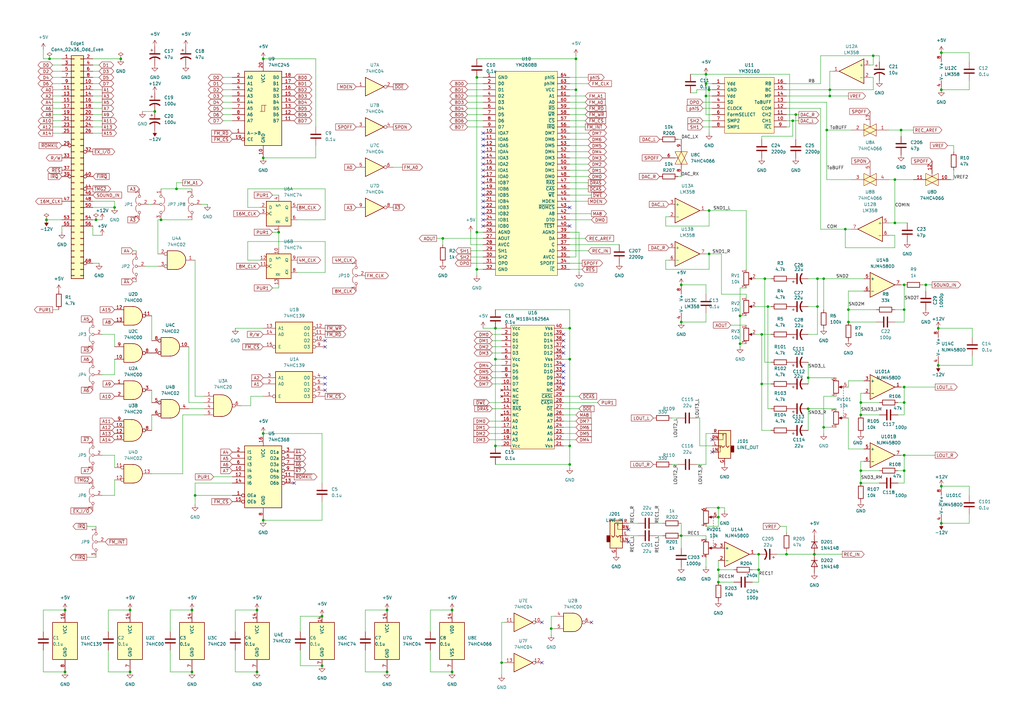
<source format=kicad_sch>
(kicad_sch (version 20211123) (generator eeschema)
  (paper "A3")
  (title_block (title "FM Synth Card (OPNA Version) for HITACHI MB-S1") (date "2022-07-07") (rev "0.1.4") (company "Designed by Sasaji"))
  (junction (at 78.74 250.19))
  (junction (at 107.95 213.36))
  (junction (at 107.95 177.8))
  (junction (at 386.08 36.83))
  (junction (at 290.83 36.83))
  (junction (at 26.67 250.19))
  (junction (at 386.08 199.39))
  (junction (at 72.39 77.47))
  (junction (at 105.41 275.59))
  (junction (at 226.06 257.81))
  (junction (at 312.42 157.48))
  (junction (at 311.15 233.68))
  (junction (at 303.53 140.97))
  (junction (at 370.84 116.84))
  (junction (at 195.58 31.75))
  (junction (at 19.05 90.17))
  (junction (at 203.2 134.62))
  (junction (at 340.36 36.83))
  (junction (at 63.5 45.72))
  (junction (at 334.01 227.33))
  (junction (at 236.22 24.13))
  (junction (at 311.15 227.33))
  (junction (at 233.68 147.32))
  (junction (at 114.3 95.25))
  (junction (at 203.2 147.32))
  (junction (at 80.01 203.2))
  (junction (at 279.4 116.84))
  (junction (at 379.73 116.84))
  (junction (at 132.08 252.73))
  (junction (at 358.14 22.86))
  (junction (at 353.06 198.12))
  (junction (at 105.41 250.19))
  (junction (at 158.75 275.59))
  (junction (at 386.08 214.63))
  (junction (at 294.64 212.09))
  (junction (at 289.56 30.48))
  (junction (at 233.68 134.62))
  (junction (at 337.82 114.3))
  (junction (at 195.58 110.49))
  (junction (at 347.98 127))
  (junction (at 353.06 193.04))
  (junction (at 107.95 64.77))
  (junction (at 132.08 273.05))
  (junction (at 312.42 137.16))
  (junction (at 53.34 275.59))
  (junction (at 195.58 95.25))
  (junction (at 66.04 90.17))
  (junction (at 346.71 93.98))
  (junction (at 203.2 182.88))
  (junction (at 335.28 114.3))
  (junction (at 353.06 165.1))
  (junction (at 294.64 208.28))
  (junction (at 290.83 104.14))
  (junction (at 185.42 250.19))
  (junction (at 384.81 149.86))
  (junction (at 386.08 21.59))
  (junction (at 289.56 39.37))
  (junction (at 339.09 53.34))
  (junction (at 294.64 238.76))
  (junction (at 370.84 127))
  (junction (at 353.06 170.18))
  (junction (at 340.36 39.37))
  (junction (at 326.39 46.99))
  (junction (at 335.28 125.73))
  (junction (at 347.98 132.08))
  (junction (at 26.67 275.59))
  (junction (at 39.37 90.17))
  (junction (at 331.47 154.94))
  (junction (at 107.95 24.13))
  (junction (at 370.84 158.75))
  (junction (at 337.82 175.26))
  (junction (at 369.57 53.34))
  (junction (at 279.4 219.71))
  (junction (at 322.58 227.33))
  (junction (at 236.22 36.83))
  (junction (at 53.34 250.19))
  (junction (at 78.74 275.59))
  (junction (at 49.53 24.13))
  (junction (at 314.96 125.73))
  (junction (at 158.75 250.19))
  (junction (at 290.83 86.36))
  (junction (at 279.4 132.08))
  (junction (at 367.03 91.44))
  (junction (at 331.47 167.64))
  (junction (at 303.53 129.54))
  (junction (at 185.42 275.59))
  (junction (at 367.03 73.66))
  (junction (at 384.81 134.62))
  (junction (at 325.12 49.53))
  (junction (at 370.84 165.1))
  (junction (at 233.68 182.88))
  (junction (at 289.56 34.29))
  (junction (at 313.69 114.3))
  (junction (at 181.61 97.79))
  (junction (at 233.68 190.5))
  (junction (at 46.99 85.09))
  (junction (at 294.64 233.68))
  (junction (at 370.84 193.04))
  (junction (at 205.74 271.78))
  (junction (at 20.32 24.13))
  (junction (at 370.84 186.69))
  (no_connect (at 133.35 157.48))
  (no_connect (at 133.35 154.94))
  (no_connect (at 133.35 160.02))
  (no_connect (at 257.81 217.17))
  (no_connect (at 257.81 222.25))
  (no_connect (at 222.25 271.78))
  (no_connect (at 222.25 255.27))
  (no_connect (at 242.57 255.27))
  (no_connect (at 133.35 142.24))
  (no_connect (at 133.35 139.7))
  (no_connect (at 233.68 92.71))
  (no_connect (at 233.68 85.09))
  (no_connect (at 231.14 137.16))
  (no_connect (at 231.14 144.78))
  (no_connect (at 231.14 142.24))
  (no_connect (at 231.14 139.7))
  (no_connect (at 231.14 157.48))
  (no_connect (at 231.14 154.94))
  (no_connect (at 231.14 152.4))
  (no_connect (at 231.14 149.86))
  (no_connect (at 120.65 198.12))
  (no_connect (at 292.1 180.34))
  (no_connect (at 292.1 185.42))
  (no_connect (at 198.12 82.55))
  (no_connect (at 198.12 85.09))
  (no_connect (at 198.12 87.63))
  (no_connect (at 198.12 90.17))
  (no_connect (at 198.12 92.71))
  (no_connect (at 198.12 64.77))
  (no_connect (at 198.12 69.85))
  (no_connect (at 198.12 72.39))
  (no_connect (at 198.12 74.93))
  (no_connect (at 198.12 77.47))
  (no_connect (at 198.12 80.01))
  (no_connect (at 198.12 67.31))
  (no_connect (at 198.12 62.23))
  (no_connect (at 198.12 54.61))
  (no_connect (at 198.12 57.15))
  (no_connect (at 198.12 59.69))
  (wire (pts (xy 233.68 95.25) (xy 237.49 95.25)))
  (wire (pts (xy 398.78 138.43) (xy 398.78 134.62)))
  (wire (pts (xy 388.62 59.69) (xy 391.16 59.69)))
  (wire (pts (xy 397.51 25.4) (xy 397.51 21.59)))
  (wire (pts (xy 26.67 250.19) (xy 17.78 250.19)))
  (wire (pts (xy 106.68 106.68) (xy 101.6 106.68)))
  (wire (pts (xy 303.53 118.11) (xy 306.07 118.11)))
  (wire (pts (xy 398.78 149.86) (xy 384.81 149.86)))
  (wire (pts (xy 201.93 149.86) (xy 205.74 149.86)))
  (wire (pts (xy 370.84 165.1) (xy 370.84 170.18)))
  (wire (pts (xy 191.77 46.99) (xy 198.12 46.99)))
  (wire (pts (xy 370.84 127) (xy 370.84 132.08)))
  (wire (pts (xy 46.99 85.09) (xy 46.99 82.55)))
  (wire (pts (xy 289.56 215.9) (xy 294.64 215.9)))
  (wire (pts (xy 41.91 137.16) (xy 46.99 137.16)))
  (wire (pts (xy 195.58 31.75) (xy 198.12 31.75)))
  (wire (pts (xy 379.73 116.84) (xy 379.73 119.38)))
  (wire (pts (xy 290.83 104.14) (xy 290.83 110.49)))
  (wire (pts (xy 62.23 194.31) (xy 74.93 194.31)))
  (wire (pts (xy 339.09 41.91) (xy 339.09 53.34)))
  (wire (pts (xy 337.82 177.8) (xy 337.82 175.26)))
  (wire (pts (xy 369.57 116.84) (xy 370.84 116.84)))
  (wire (pts (xy 82.55 83.82) (xy 85.09 83.82)))
  (wire (pts (xy 91.44 41.91) (xy 95.25 41.91)))
  (wire (pts (xy 19.05 90.17) (xy 25.4 90.17)))
  (wire (pts (xy 38.1 96.52) (xy 41.91 96.52)))
  (wire (pts (xy 226.06 257.81) (xy 227.33 257.81)))
  (wire (pts (xy 241.3 74.93) (xy 233.68 74.93)))
  (wire (pts (xy 314.96 125.73) (xy 314.96 167.64)))
  (wire (pts (xy 121.92 90.17) (xy 133.35 90.17)))
  (wire (pts (xy 102.87 166.37) (xy 102.87 162.56)))
  (wire (pts (xy 303.53 129.54) (xy 306.07 129.54)))
  (wire (pts (xy 41.91 153.67) (xy 46.99 153.67)))
  (wire (pts (xy 309.88 114.3) (xy 313.69 114.3)))
  (wire (pts (xy 322.58 36.83) (xy 340.36 36.83)))
  (wire (pts (xy 176.53 266.7) (xy 176.53 275.59)))
  (wire (pts (xy 397.51 36.83) (xy 386.08 36.83)))
  (wire (pts (xy 240.03 41.91) (xy 233.68 41.91)))
  (wire (pts (xy 96.52 266.7) (xy 96.52 275.59)))
  (wire (pts (xy 231.14 182.88) (xy 233.68 182.88)))
  (wire (pts (xy 326.39 46.99) (xy 326.39 57.15)))
  (wire (pts (xy 241.3 77.47) (xy 233.68 77.47)))
  (wire (pts (xy 91.44 44.45) (xy 95.25 44.45)))
  (wire (pts (xy 62.23 160.02) (xy 62.23 165.1)))
  (wire (pts (xy 114.3 116.84) (xy 114.3 118.11)))
  (wire (pts (xy 205.74 255.27) (xy 207.01 255.27)))
  (wire (pts (xy 241.3 72.39) (xy 233.68 72.39)))
  (wire (pts (xy 101.6 85.09) (xy 101.6 77.47)))
  (wire (pts (xy 44.45 275.59) (xy 53.34 275.59)))
  (wire (pts (xy 274.32 88.9) (xy 273.05 88.9)))
  (wire (pts (xy 303.53 142.24) (xy 303.53 140.97)))
  (wire (pts (xy 370.84 127) (xy 370.84 116.84)))
  (wire (pts (xy 111.76 80.01) (xy 114.3 80.01)))
  (wire (pts (xy 288.29 41.91) (xy 292.1 41.91)))
  (wire (pts (xy 101.6 106.68) (xy 101.6 99.06)))
  (wire (pts (xy 346.71 93.98) (xy 349.25 93.98)))
  (wire (pts (xy 331.47 148.59) (xy 331.47 154.94)))
  (wire (pts (xy 21.59 52.07) (xy 25.4 52.07)))
  (wire (pts (xy 123.19 259.08) (xy 123.19 252.73)))
  (wire (pts (xy 339.09 53.34) (xy 339.09 73.66)))
  (wire (pts (xy 368.3 165.1) (xy 370.84 165.1)))
  (wire (pts (xy 21.59 46.99) (xy 25.4 46.99)))
  (wire (pts (xy 17.78 24.13) (xy 20.32 24.13)))
  (wire (pts (xy 69.85 259.08) (xy 69.85 250.19)))
  (wire (pts (xy 278.13 72.39) (xy 279.4 72.39)))
  (wire (pts (xy 38.1 34.29) (xy 40.64 34.29)))
  (wire (pts (xy 38.1 90.17) (xy 39.37 90.17)))
  (wire (pts (xy 287.02 182.88) (xy 292.1 182.88)))
  (wire (pts (xy 279.4 214.63) (xy 279.4 219.71)))
  (wire (pts (xy 201.93 137.16) (xy 205.74 137.16)))
  (wire (pts (xy 391.16 69.85) (xy 391.16 73.66)))
  (wire (pts (xy 20.32 24.13) (xy 25.4 24.13)))
  (wire (pts (xy 191.77 52.07) (xy 198.12 52.07)))
  (wire (pts (xy 370.84 186.69) (xy 383.54 186.69)))
  (wire (pts (xy 60.96 83.82) (xy 62.23 83.82)))
  (wire (pts (xy 289.56 120.65) (xy 289.56 116.84)))
  (wire (pts (xy 331.47 167.64) (xy 331.47 176.53)))
  (wire (pts (xy 368.3 193.04) (xy 370.84 193.04)))
  (wire (pts (xy 322.58 227.33) (xy 334.01 227.33)))
  (wire (pts (xy 91.44 49.53) (xy 95.25 49.53)))
  (wire (pts (xy 46.99 186.69) (xy 46.99 191.77)))
  (wire (pts (xy 360.68 25.4) (xy 360.68 22.86)))
  (wire (pts (xy 309.88 137.16) (xy 312.42 137.16)))
  (wire (pts (xy 391.16 59.69) (xy 391.16 62.23)))
  (wire (pts (xy 181.61 97.79) (xy 198.12 97.79)))
  (wire (pts (xy 149.86 275.59) (xy 158.75 275.59)))
  (wire (pts (xy 335.28 114.3) (xy 335.28 125.73)))
  (wire (pts (xy 278.13 57.15) (xy 279.4 57.15)))
  (wire (pts (xy 289.56 34.29) (xy 292.1 34.29)))
  (wire (pts (xy 226.06 260.35) (xy 226.06 257.81)))
  (wire (pts (xy 83.82 170.18) (xy 74.93 170.18)))
  (wire (pts (xy 236.22 177.8) (xy 231.14 177.8)))
  (wire (pts (xy 41.91 186.69) (xy 46.99 186.69)))
  (wire (pts (xy 133.35 77.47) (xy 133.35 90.17)))
  (wire (pts (xy 201.93 152.4) (xy 205.74 152.4)))
  (wire (pts (xy 241.3 62.23) (xy 233.68 62.23)))
  (wire (pts (xy 41.91 41.91) (xy 38.1 41.91)))
  (wire (pts (xy 201.93 139.7) (xy 205.74 139.7)))
  (wire (pts (xy 290.83 36.83) (xy 290.83 54.61)))
  (wire (pts (xy 41.91 44.45) (xy 38.1 44.45)))
  (wire (pts (xy 320.04 215.9) (xy 322.58 215.9)))
  (wire (pts (xy 77.47 165.1) (xy 83.82 165.1)))
  (wire (pts (xy 340.36 36.83) (xy 358.14 36.83)))
  (wire (pts (xy 233.68 147.32) (xy 233.68 182.88)))
  (wire (pts (xy 312.42 137.16) (xy 316.23 137.16)))
  (wire (pts (xy 294.64 229.87) (xy 294.64 233.68)))
  (wire (pts (xy 353.06 165.1) (xy 353.06 161.29)))
  (wire (pts (xy 111.76 95.25) (xy 114.3 95.25)))
  (wire (pts (xy 77.47 142.24) (xy 77.47 165.1)))
  (wire (pts (xy 347.98 156.21) (xy 354.33 156.21)))
  (wire (pts (xy 203.2 147.32) (xy 205.74 147.32)))
  (wire (pts (xy 231.14 170.18) (xy 236.22 170.18)))
  (wire (pts (xy 336.55 44.45) (xy 336.55 93.98)))
  (wire (pts (xy 364.49 91.44) (xy 367.03 91.44)))
  (wire (pts (xy 369.57 53.34) (xy 369.57 55.88)))
  (wire (pts (xy 347.98 171.45) (xy 347.98 184.15)))
  (wire (pts (xy 179.07 97.79) (xy 181.61 97.79)))
  (wire (pts (xy 41.91 39.37) (xy 38.1 39.37)))
  (wire (pts (xy 69.85 250.19) (xy 78.74 250.19)))
  (wire (pts (xy 285.75 171.45) (xy 287.02 171.45)))
  (wire (pts (xy 38.1 82.55) (xy 46.99 82.55)))
  (wire (pts (xy 236.22 24.13) (xy 236.22 36.83)))
  (wire (pts (xy 44.45 266.7) (xy 44.45 275.59)))
  (wire (pts (xy 368.3 170.18) (xy 370.84 170.18)))
  (wire (pts (xy 297.18 208.28) (xy 297.18 209.55)))
  (wire (pts (xy 358.14 31.75) (xy 356.87 31.75)))
  (wire (pts (xy 242.57 90.17) (xy 233.68 90.17)))
  (wire (pts (xy 21.59 49.53) (xy 25.4 49.53)))
  (wire (pts (xy 289.56 104.14) (xy 290.83 104.14)))
  (wire (pts (xy 275.59 190.5) (xy 278.13 190.5)))
  (wire (pts (xy 123.19 252.73) (xy 132.08 252.73)))
  (wire (pts (xy 91.44 36.83) (xy 95.25 36.83)))
  (wire (pts (xy 346.71 101.6) (xy 346.71 93.98)))
  (wire (pts (xy 149.86 266.7) (xy 149.86 275.59)))
  (wire (pts (xy 369.57 53.34) (xy 374.65 53.34)))
  (wire (pts (xy 335.28 114.3) (xy 337.82 114.3)))
  (wire (pts (xy 25.4 92.71) (xy 25.4 95.25)))
  (wire (pts (xy 176.53 275.59) (xy 185.42 275.59)))
  (wire (pts (xy 198.12 134.62) (xy 203.2 134.62)))
  (wire (pts (xy 241.3 67.31) (xy 233.68 67.31)))
  (wire (pts (xy 240.03 49.53) (xy 233.68 49.53)))
  (wire (pts (xy 91.44 46.99) (xy 95.25 46.99)))
  (wire (pts (xy 80.01 198.12) (xy 95.25 198.12)))
  (wire (pts (xy 364.49 96.52) (xy 367.03 96.52)))
  (wire (pts (xy 335.28 137.16) (xy 331.47 137.16)))
  (wire (pts (xy 337.82 162.56) (xy 342.9 162.56)))
  (wire (pts (xy 306.07 121.92) (xy 306.07 120.65)))
  (wire (pts (xy 233.68 190.5) (xy 233.68 191.77)))
  (wire (pts (xy 41.91 54.61) (xy 38.1 54.61)))
  (wire (pts (xy 233.68 52.07) (xy 240.03 52.07)))
  (wire (pts (xy 397.51 21.59) (xy 386.08 21.59)))
  (wire (pts (xy 69.85 275.59) (xy 78.74 275.59)))
  (wire (pts (xy 353.06 165.1) (xy 360.68 165.1)))
  (wire (pts (xy 322.58 52.07) (xy 323.85 52.07)))
  (wire (pts (xy 233.68 134.62) (xy 233.68 147.32)))
  (wire (pts (xy 322.58 49.53) (xy 325.12 49.53)))
  (wire (pts (xy 237.49 95.25) (xy 237.49 111.76)))
  (wire (pts (xy 205.74 271.78) (xy 207.01 271.78)))
  (wire (pts (xy 322.58 39.37) (xy 340.36 39.37)))
  (wire (pts (xy 236.22 180.34) (xy 231.14 180.34)))
  (wire (pts (xy 231.14 165.1) (xy 245.11 165.1)))
  (wire (pts (xy 236.22 175.26) (xy 231.14 175.26)))
  (wire (pts (xy 398.78 146.05) (xy 398.78 149.86)))
  (wire (pts (xy 241.3 64.77) (xy 233.68 64.77)))
  (wire (pts (xy 101.6 99.06) (xy 133.35 99.06)))
  (wire (pts (xy 275.59 171.45) (xy 278.13 171.45)))
  (wire (pts (xy 41.91 36.83) (xy 38.1 36.83)))
  (wire (pts (xy 129.54 24.13) (xy 107.95 24.13)))
  (wire (pts (xy 398.78 134.62) (xy 384.81 134.62)))
  (wire (pts (xy 193.04 102.87) (xy 198.12 102.87)))
  (wire (pts (xy 241.3 54.61) (xy 233.68 54.61)))
  (wire (pts (xy 331.47 154.94) (xy 331.47 157.48)))
  (wire (pts (xy 203.2 182.88) (xy 205.74 182.88)))
  (wire (pts (xy 337.82 175.26) (xy 337.82 162.56)))
  (wire (pts (xy 312.42 176.53) (xy 316.23 176.53)))
  (wire (pts (xy 161.29 68.58) (xy 165.1 68.58)))
  (wire (pts (xy 129.54 64.77) (xy 107.95 64.77)))
  (wire (pts (xy 313.69 148.59) (xy 316.23 148.59)))
  (wire (pts (xy 44.45 250.19) (xy 53.34 250.19)))
  (wire (pts (xy 200.66 165.1) (xy 205.74 165.1)))
  (wire (pts (xy 273.05 88.9) (xy 273.05 92.71)))
  (wire (pts (xy 233.68 31.75) (xy 241.3 31.75)))
  (wire (pts (xy 367.03 96.52) (xy 367.03 101.6)))
  (wire (pts (xy 181.61 97.79) (xy 181.61 100.33)))
  (wire (pts (xy 358.14 36.83) (xy 358.14 31.75)))
  (wire (pts (xy 309.88 125.73) (xy 314.96 125.73)))
  (wire (pts (xy 236.22 36.83) (xy 233.68 36.83)))
  (wire (pts (xy 195.58 24.13) (xy 236.22 24.13)))
  (wire (pts (xy 201.93 167.64) (xy 205.74 167.64)))
  (wire (pts (xy 311.15 233.68) (xy 311.15 238.76)))
  (wire (pts (xy 226.06 257.81) (xy 226.06 252.73)))
  (wire (pts (xy 323.85 52.07) (xy 323.85 30.48)))
  (wire (pts (xy 102.87 162.56) (xy 107.95 162.56)))
  (wire (pts (xy 289.56 232.41) (xy 289.56 228.6)))
  (wire (pts (xy 233.68 34.29) (xy 241.3 34.29)))
  (wire (pts (xy 193.04 105.41) (xy 198.12 105.41)))
  (wire (pts (xy 129.54 59.69) (xy 129.54 64.77)))
  (wire (pts (xy 21.59 26.67) (xy 25.4 26.67)))
  (wire (pts (xy 38.1 24.13) (xy 49.53 24.13)))
  (wire (pts (xy 283.21 38.1) (xy 285.75 38.1)))
  (wire (pts (xy 26.67 275.59) (xy 17.78 275.59)))
  (wire (pts (xy 294.64 238.76) (xy 300.99 238.76)))
  (wire (pts (xy 233.68 102.87) (xy 241.3 102.87)))
  (wire (pts (xy 91.44 31.75) (xy 95.25 31.75)))
  (wire (pts (xy 322.58 44.45) (xy 336.55 44.45)))
  (wire (pts (xy 21.59 54.61) (xy 25.4 54.61)))
  (wire (pts (xy 21.59 127) (xy 24.13 127)))
  (wire (pts (xy 347.98 119.38) (xy 354.33 119.38)))
  (wire (pts (xy 106.68 85.09) (xy 101.6 85.09)))
  (wire (pts (xy 201.93 157.48) (xy 205.74 157.48)))
  (wire (pts (xy 132.08 177.8) (xy 107.95 177.8)))
  (wire (pts (xy 64.77 90.17) (xy 66.04 90.17)))
  (wire (pts (xy 273.05 106.68) (xy 273.05 110.49)))
  (wire (pts (xy 132.08 205.74) (xy 132.08 213.36)))
  (wire (pts (xy 74.93 170.18) (xy 74.93 194.31)))
  (wire (pts (xy 337.82 175.26) (xy 342.9 175.26)))
  (wire (pts (xy 200.66 175.26) (xy 205.74 175.26)))
  (wire (pts (xy 308.61 233.68) (xy 311.15 233.68)))
  (wire (pts (xy 46.99 137.16) (xy 46.99 142.24)))
  (wire (pts (xy 353.06 193.04) (xy 360.68 193.04)))
  (wire (pts (xy 236.22 22.86) (xy 236.22 24.13)))
  (wire (pts (xy 309.88 227.33) (xy 311.15 227.33)))
  (wire (pts (xy 35.56 228.6) (xy 39.37 228.6)))
  (wire (pts (xy 111.76 118.11) (xy 114.3 118.11)))
  (wire (pts (xy 370.84 158.75) (xy 383.54 158.75)))
  (wire (pts (xy 331.47 167.64) (xy 342.9 167.64)))
  (wire (pts (xy 283.21 30.48) (xy 289.56 30.48)))
  (wire (pts (xy 322.58 215.9) (xy 322.58 218.44)))
  (wire (pts (xy 203.2 190.5) (xy 233.68 190.5)))
  (wire (pts (xy 133.35 99.06) (xy 133.35 111.76)))
  (wire (pts (xy 314.96 125.73) (xy 316.23 125.73)))
  (wire (pts (xy 241.3 59.69) (xy 233.68 59.69)))
  (wire (pts (xy 290.83 86.36) (xy 290.83 92.71)))
  (wire (pts (xy 289.56 177.8) (xy 289.56 190.5)))
  (wire (pts (xy 326.39 46.99) (xy 327.66 46.99)))
  (wire (pts (xy 353.06 170.18) (xy 353.06 165.1)))
  (wire (pts (xy 322.58 34.29) (xy 336.55 34.29)))
  (wire (pts (xy 80.01 203.2) (xy 95.25 203.2)))
  (wire (pts (xy 91.44 34.29) (xy 95.25 34.29)))
  (wire (pts (xy 314.96 167.64) (xy 316.23 167.64)))
  (wire (pts (xy 231.14 134.62) (xy 233.68 134.62)))
  (wire (pts (xy 337.82 114.3) (xy 337.82 127)))
  (wire (pts (xy 322.58 226.06) (xy 322.58 227.33)))
  (wire (pts (xy 308.61 238.76) (xy 311.15 238.76)))
  (wire (pts (xy 294.64 215.9) (xy 294.64 212.09)))
  (wire (pts (xy 289.56 46.99) (xy 292.1 46.99)))
  (wire (pts (xy 274.32 106.68) (xy 273.05 106.68)))
  (wire (pts (xy 236.22 105.41) (xy 236.22 36.83)))
  (wire (pts (xy 294.64 208.28) (xy 297.18 208.28)))
  (wire (pts (xy 101.6 77.47) (xy 133.35 77.47)))
  (wire (pts (xy 203.2 134.62) (xy 205.74 134.62)))
  (wire (pts (xy 331.47 125.73) (xy 335.28 125.73)))
  (wire (pts (xy 289.56 128.27) (xy 289.56 132.08)))
  (wire (pts (xy 290.83 86.36) (xy 306.07 86.36)))
  (wire (pts (xy 257.81 214.63) (xy 261.62 214.63)))
  (wire (pts (xy 312.42 157.48) (xy 316.23 157.48)))
  (wire (pts (xy 339.09 73.66) (xy 349.25 73.66)))
  (wire (pts (xy 132.08 213.36) (xy 107.95 213.36)))
  (wire (pts (xy 44.45 259.08) (xy 44.45 250.19)))
  (wire (pts (xy 292.1 36.83) (xy 290.83 36.83)))
  (wire (pts (xy 38.1 92.71) (xy 38.1 96.52)))
  (wire (pts (xy 269.24 214.63) (xy 271.78 214.63)))
  (wire (pts (xy 285.75 190.5) (xy 289.56 190.5)))
  (wire (pts (xy 386.08 214.63) (xy 397.51 214.63)))
  (wire (pts (xy 21.59 41.91) (xy 25.4 41.91)))
  (wire (pts (xy 205.74 276.86) (xy 205.74 271.78)))
  (wire (pts (xy 312.42 57.15) (xy 312.42 55.88)))
  (wire (pts (xy 353.06 193.04) (xy 353.06 189.23)))
  (wire (pts (xy 318.77 227.33) (xy 322.58 227.33)))
  (wire (pts (xy 114.3 95.25) (xy 114.3 101.6)))
  (wire (pts (xy 279.4 219.71) (xy 279.4 224.79)))
  (wire (pts (xy 38.1 85.09) (xy 46.99 85.09)))
  (wire (pts (xy 364.49 73.66) (xy 367.03 73.66)))
  (wire (pts (xy 289.56 132.08) (xy 279.4 132.08)))
  (wire (pts (xy 80.01 203.2) (xy 80.01 198.12)))
  (wire (pts (xy 367.03 73.66) (xy 374.65 73.66)))
  (wire (pts (xy 193.04 100.33) (xy 198.12 100.33)))
  (wire (pts (xy 340.36 29.21) (xy 340.36 36.83)))
  (wire (pts (xy 241.3 82.55) (xy 233.68 82.55)))
  (wire (pts (xy 66.04 77.47) (xy 72.39 77.47)))
  (wire (pts (xy 289.56 116.84) (xy 279.4 116.84)))
  (wire (pts (xy 201.93 142.24) (xy 205.74 142.24)))
  (wire (pts (xy 80.01 106.68) (xy 80.01 162.56)))
  (wire (pts (xy 203.2 134.62) (xy 203.2 147.32)))
  (wire (pts (xy 313.69 114.3) (xy 316.23 114.3)))
  (wire (pts (xy 340.36 36.83) (xy 340.36 39.37)))
  (wire (pts (xy 353.06 198.12) (xy 360.68 198.12)))
  (wire (pts (xy 176.53 259.08) (xy 176.53 250.19)))
  (wire (pts (xy 72.39 77.47) (xy 78.74 77.47)))
  (wire (pts (xy 285.75 36.83) (xy 290.83 36.83)))
  (wire (pts (xy 195.58 95.25) (xy 198.12 95.25)))
  (wire (pts (xy 356.87 26.67) (xy 358.14 26.67)))
  (wire (pts (xy 99.06 166.37) (xy 102.87 166.37)))
  (wire (pts (xy 289.56 30.48) (xy 289.56 34.29)))
  (wire (pts (xy 397.51 203.2) (xy 397.51 199.39)))
  (wire (pts (xy 149.86 250.19) (xy 158.75 250.19)))
  (wire (pts (xy 358.14 22.86) (xy 358.14 26.67)))
  (wire (pts (xy 336.55 93.98) (xy 346.71 93.98)))
  (wire (pts (xy 233.68 110.49) (xy 238.76 110.49)))
  (wire (pts (xy 294.64 238.76) (xy 294.64 233.68)))
  (wire (pts (xy 292.1 177.8) (xy 289.56 177.8)))
  (wire (pts (xy 72.39 74.93) (xy 72.39 77.47)))
  (wire (pts (xy 370.84 193.04) (xy 370.84 198.12)))
  (wire (pts (xy 21.59 44.45) (xy 25.4 44.45)))
  (wire (pts (xy 66.04 90.17) (xy 78.74 90.17)))
  (wire (pts (xy 231.14 147.32) (xy 233.68 147.32)))
  (wire (pts (xy 203.2 127) (xy 233.68 127)))
  (wire (pts (xy 289.56 220.98) (xy 289.56 219.71)))
  (wire (pts (xy 96.52 275.59) (xy 105.41 275.59)))
  (wire (pts (xy 279.4 219.71) (xy 289.56 219.71)))
  (wire (pts (xy 337.82 114.3) (xy 354.33 114.3)))
  (wire (pts (xy 233.68 105.41) (xy 236.22 105.41)))
  (wire (pts (xy 347.98 127) (xy 347.98 119.38)))
  (wire (pts (xy 193.04 95.25) (xy 193.04 100.33)))
  (wire (pts (xy 369.57 186.69) (xy 370.84 186.69)))
  (wire (pts (xy 41.91 203.2) (xy 46.99 203.2)))
  (wire (pts (xy 289.56 208.28) (xy 294.64 208.28)))
  (wire (pts (xy 370.84 165.1) (xy 370.84 158.75)))
  (wire (pts (xy 312.42 137.16) (xy 312.42 157.48)))
  (wire (pts (xy 323.85 30.48) (xy 289.56 30.48)))
  (wire (pts (xy 233.68 182.88) (xy 233.68 190.5)))
  (wire (pts (xy 311.15 233.68) (xy 311.15 227.33)))
  (wire (pts (xy 336.55 22.86) (xy 358.14 22.86)))
  (wire (pts (xy 353.06 189.23) (xy 354.33 189.23)))
  (wire (pts (xy 273.05 92.71) (xy 290.83 92.71)))
  (wire (pts (xy 195.58 95.25) (xy 195.58 31.75)))
  (wire (pts (xy 96.52 250.19) (xy 105.41 250.19)))
  (wire (pts (xy 41.91 46.99) (xy 38.1 46.99)))
  (wire (pts (xy 369.57 158.75) (xy 370.84 158.75)))
  (wire (pts (xy 21.59 34.29) (xy 25.4 34.29)))
  (wire (pts (xy 231.14 162.56) (xy 237.49 162.56)))
  (wire (pts (xy 38.1 26.67) (xy 40.64 26.67)))
  (wire (pts (xy 38.1 107.95) (xy 40.64 107.95)))
  (wire (pts (xy 200.66 180.34) (xy 205.74 180.34)))
  (wire (pts (xy 378.46 116.84) (xy 379.73 116.84)))
  (wire (pts (xy 386.08 199.39) (xy 397.51 199.39)))
  (wire (pts (xy 289.56 39.37) (xy 289.56 46.99)))
  (wire (pts (xy 226.06 252.73) (xy 227.33 252.73)))
  (wire (pts (xy 339.09 53.34) (xy 349.25 53.34)))
  (wire (pts (xy 334.01 227.33) (xy 345.44 227.33)))
  (wire (pts (xy 41.91 52.07) (xy 38.1 52.07)))
  (wire (pts (xy 69.85 266.7) (xy 69.85 275.59)))
  (wire (pts (xy 62.23 129.54) (xy 62.23 139.7)))
  (wire (pts (xy 191.77 39.37) (xy 198.12 39.37)))
  (wire (pts (xy 54.61 102.87) (xy 55.88 102.87)))
  (wire (pts (xy 191.77 36.83) (xy 198.12 36.83)))
  (wire (pts (xy 295.91 120.65) (xy 295.91 104.14)))
  (wire (pts (xy 39.37 90.17) (xy 41.91 90.17)))
  (wire (pts (xy 294.64 233.68) (xy 300.99 233.68)))
  (wire (pts (xy 77.47 167.64) (xy 83.82 167.64)))
  (wire (pts (xy 54.61 115.57) (xy 55.88 115.57)))
  (wire (pts (xy 46.99 147.32) (xy 46.99 153.67)))
  (wire (pts (xy 74.93 74.93) (xy 72.39 74.93)))
  (wire (pts (xy 38.1 31.75) (xy 40.64 31.75)))
  (wire (pts (xy 87.63 195.58) (xy 95.25 195.58)))
  (wire (pts (xy 347.98 184.15) (xy 354.33 184.15)))
  (wire (pts (xy 290.83 104.14) (xy 295.91 104.14)))
  (wire (pts (xy 242.57 87.63) (xy 233.68 87.63)))
  (wire (pts (xy 121.92 111.76) (xy 133.35 111.76)))
  (wire (pts (xy 96.52 259.08) (xy 96.52 250.19)))
  (wire (pts (xy 62.23 170.18) (xy 62.23 176.53)))
  (wire (pts (xy 289.56 86.36) (xy 290.83 86.36)))
  (wire (pts (xy 397.51 210.82) (xy 397.51 214.63)))
  (wire (pts (xy 233.68 100.33) (xy 254 100.33)))
  (wire (pts (xy 193.04 107.95) (xy 198.12 107.95)))
  (wire (pts (xy 367.03 127) (xy 370.84 127)))
  (wire (pts (xy 340.36 39.37) (xy 347.98 39.37)))
  (wire (pts (xy 96.52 134.62) (xy 107.95 134.62)))
  (wire (pts (xy 46.99 196.85) (xy 46.99 203.2)))
  (wire (pts (xy 303.53 140.97) (xy 303.53 129.54)))
  (wire (pts (xy 347.98 132.08) (xy 359.41 132.08)))
  (wire (pts (xy 17.78 250.19) (xy 17.78 259.08)))
  (wire (pts (xy 35.56 215.9) (xy 39.37 215.9)))
  (wire (pts (xy 191.77 34.29) (xy 198.12 34.29)))
  (wire (pts (xy 370.84 186.69) (xy 370.84 193.04)))
  (wire (pts (xy 201.93 154.94) (xy 205.74 154.94)))
  (wire (pts (xy 240.03 39.37) (xy 233.68 39.37)))
  (wire (pts (xy 289.56 34.29) (xy 289.56 39.37)))
  (wire (pts (xy 341.63 29.21) (xy 340.36 29.21)))
  (wire (pts (xy 149.86 259.08) (xy 149.86 250.19)))
  (wire (pts (xy 21.59 31.75) (xy 25.4 31.75)))
  (wire (pts (xy 64.77 90.17) (xy 64.77 104.14)))
  (wire (pts (xy 367.03 101.6) (xy 346.71 101.6)))
  (wire (pts (xy 336.55 34.29) (xy 336.55 22.86)))
  (wire (pts (xy 289.56 39.37) (xy 292.1 39.37)))
  (wire (pts (xy 191.77 44.45) (xy 198.12 44.45)))
  (wire (pts (xy 364.49 53.34) (xy 369.57 53.34)))
  (wire (pts (xy 288.29 49.53) (xy 292.1 49.53)))
  (wire (pts (xy 91.44 39.37) (xy 95.25 39.37)))
  (wire (pts (xy 201.93 144.78) (xy 205.74 144.78)))
  (wire (pts (xy 205.74 271.78) (xy 205.74 255.27)))
  (wire (pts (xy 200.66 172.72) (xy 205.74 172.72)))
  (wire (pts (xy 200.66 177.8) (xy 205.74 177.8)))
  (wire (pts (xy 347.98 158.75) (xy 347.98 156.21)))
  (wire (pts (xy 241.2833 69.875) (xy 233.68 69.85)))
  (wire (pts (xy 21.59 39.37) (xy 25.4 39.37)))
  (wire (pts (xy 241.3 57.15) (xy 233.68 57.15)))
  (wire (pts (xy 21.59 36.83) (xy 25.4 36.83)))
  (wire (pts (xy 299.72 133.35) (xy 306.07 133.35)))
  (wire (pts (xy 353.06 170.18) (xy 360.68 170.18)))
  (wire (pts (xy 347.98 127) (xy 359.41 127)))
  (wire (pts (xy 233.68 97.79) (xy 240.03 97.79)))
  (wire (pts (xy 325.12 49.53) (xy 327.66 49.53)))
  (wire (pts (xy 397.51 33.02) (xy 397.51 36.83)))
  (wire (pts (xy 80.01 207.01) (xy 80.01 203.2)))
  (wire (pts (xy 312.42 157.48) (xy 312.42 176.53)))
  (wire (pts (xy 195.58 113.03) (xy 195.58 110.49)))
  (wire (pts (xy 80.01 162.56) (xy 83.82 162.56)))
  (wire (pts (xy 389.89 73.66) (xy 391.16 73.66)))
  (wire (pts (xy 236.22 172.72) (xy 231.14 172.72)))
  (wire (pts (xy 379.73 116.84) (xy 382.27 116.84)))
  (wire (pts (xy 238.76 107.95) (xy 233.68 107.95)))
  (wire (pts (xy 41.91 49.53) (xy 38.1 49.53)))
  (wire (pts (xy 306.07 110.49) (xy 306.07 86.36)))
  (wire (pts (xy 347.98 132.08) (xy 347.98 127)))
  (wire (pts (xy 231.14 167.64) (xy 237.49 167.64)))
  (wire (pts (xy 273.05 110.49) (xy 290.83 110.49)))
  (wire (pts (xy 288.29 44.45) (xy 292.1 44.45)))
  (wire (pts (xy 353.06 198.12) (xy 353.06 193.04)))
  (wire (pts (xy 285.75 38.1) (xy 285.75 36.83)))
  (wire (pts (xy 322.58 46.99) (xy 326.39 46.99)))
  (wire (pts (xy 17.78 275.59) (xy 17.78 266.7)))
  (wire (pts (xy 322.58 41.91) (xy 339.09 41.91)))
  (wire (pts (xy 312.42 55.88) (xy 325.12 55.88)))
  (wire (pts (xy 240.03 46.99) (xy 233.68 46.99)))
  (wire (pts (xy 233.68 127) (xy 233.68 134.62)))
  (wire (pts (xy 123.19 266.7) (xy 123.19 273.05)))
  (wire (pts (xy 132.08 198.12) (xy 132.08 177.8)))
  (wire (pts (xy 306.07 120.65) (xy 295.91 120.65)))
  (wire (pts (xy 303.53 140.97) (xy 306.07 140.97)))
  (wire (pts (xy 288.29 52.07) (xy 292.1 52.07)))
  (wire (pts (xy 360.68 22.86) (xy 358.14 22.86)))
  (wire (pts (xy 294.64 212.09) (xy 294.64 208.28)))
  (wire (pts (xy 367.03 132.08) (xy 370.84 132.08)))
  (wire (pts (xy 191.77 49.53) (xy 198.12 49.53)))
  (wire (pts (xy 325.12 49.53) (xy 325.12 55.88)))
  (wire (pts (xy 269.24 219.71) (xy 271.78 219.71)))
  (wire (pts (xy 367.03 91.44) (xy 372.11 91.44)))
  (wire (pts (xy 123.19 273.05) (xy 132.08 273.05)))
  (wire (pts (xy 195.58 110.49) (xy 198.12 110.49)))
  (wire (pts (xy 21.59 29.21) (xy 25.4 29.21)))
  (wire (pts (xy 191.77 41.91) (xy 198.12 41.91)))
  (wire (pts (xy 331.47 154.94) (xy 342.9 154.94)))
  (wire (pts (xy 335.28 125.73) (xy 335.28 137.16)))
  (wire (pts (xy 195.58 110.49) (xy 195.58 95.25)))
  (wire (pts (xy 242.57 80.01) (xy 233.68 80.01)))
  (wire (pts (xy 38.1 29.21) (xy 40.64 29.21)))
  (wire (pts (xy 203.2 147.32) (xy 203.2 182.88)))
  (wire (pts (xy 129.54 52.07) (xy 129.54 24.13)))
  (wire (pts (xy 331.47 114.3) (xy 335.28 114.3)))
  (wire (pts (xy 59.69 109.22) (xy 64.77 109.22)))
  (wire (pts (xy 368.3 198.12) (xy 370.84 198.12)))
  (wire (pts (xy 287.02 182.88) (xy 287.02 171.45)))
  (wire (pts (xy 17.78 20.32) (xy 17.78 24.13)))
  (wire (pts (xy 303.53 129.54) (xy 303.53 118.11)))
  (wire (pts (xy 353.06 161.29) (xy 354.33 161.29)))
  (wire (pts (xy 176.53 250.19) (xy 185.42 250.19)))
  (wire (pts (xy 58.42 45.72) (xy 63.5 45.72)))
  (wire (pts (xy 257.81 219.71) (xy 261.62 219.71)))
  (wire (pts (xy 313.69 114.3) (xy 313.69 148.59)))
  (wire (pts (xy 240.03 44.45) (xy 233.68 44.45)))
  (wire (pts (xy 367.03 73.66) (xy 367.03 91.44)))
  (label "COM" (at 339.09 93.98 0))
  (label "REC1M" (at 294.64 237.49 0))
  (label "SND2M" (at 347.98 125.73 0))
  (label "SND1_L" (at 299.72 86.36 180))
  (label "REC1T" (at 311.15 236.22 0))
  (label "LOUT3_R" (at 288.29 190.5 270))
  (label "COMIN" (at 367.03 85.09 0))
  (label "RB" (at 331.47 34.29 0))
  (label "REC1_R" (at 270.51 214.63 90))
  (label "SND2" (at 342.9 114.3 0))
  (label "SND2T" (at 370.84 123.19 0))
  (label "SND1_R" (at 292.1 104.14 0))
  (label "LOUT2_R" (at 278.13 190.5 270))
  (label "DAC_LX" (at 279.4 57.15 0))
  (label "ToBUFF" (at 339.09 69.85 0))
  (label "SND3_L" (at 331.47 151.13 0))
  (label "SND3_RM" (at 353.06 196.85 0))
  (label "REC1_L" (at 270.51 219.71 270))
  (label "RECL_R" (at 260.35 214.63 90))
  (label "SND3_R" (at 331.47 170.18 0))
  (label "ToBUFF" (at 340.36 53.34 0))
  (label "DAC_RX" (at 279.4 72.39 0))
  (label "LOUT3_L" (at 287.02 171.45 90))
  (label "SND3_LM" (at 353.06 168.91 0))
  (label "REC1" (at 281.94 219.71 0))
  (label "VREF2" (at 391.16 73.66 0))
  (label "LOUT2_L" (at 278.13 171.45 270))
  (label "RECL_L" (at 260.35 219.71 270))
  (global_label "MDEN" (shape input) (at 146.05 35.56 180) (property "Intersheet References" "${INTERSHEET_REFS}" (effects hide)))
  (global_label "SPOFF" (shape input) (at 356.87 45.72 180) (property "Intersheet References" "${INTERSHEET_REFS}" (effects hide)))
  (global_label "VREF" (shape input) (at 320.04 215.9 180) (property "Intersheet References" "${INTERSHEET_REFS}" (effects hide)))
  (global_label "A7" (shape input) (at 95.25 193.04 180) (property "Intersheet References" "${INTERSHEET_REFS}" (effects hide)))
  (global_label "~{FM_CS}" (shape input) (at 107.95 142.24 180) (property "Intersheet References" "${INTERSHEET_REFS}" (effects hide)))
  (global_label "~{EX_I{slash}O}" (shape output) (at 38.1 62.23 0) (property "Intersheet References" "${INTERSHEET_REFS}" (effects hide)))
  (global_label "D5" (shape bidirectional) (at 40.64 31.75 0) (property "Intersheet References" "${INTERSHEET_REFS}" (effects hide)))
  (global_label "DM5" (shape bidirectional) (at 201.93 152.4 180) (property "Intersheet References" "${INTERSHEET_REFS}" (effects hide)))
  (global_label "A1" (shape output) (at 41.91 36.83 0) (property "Intersheet References" "${INTERSHEET_REFS}" (effects hide)))
  (global_label "DAC_L" (shape output) (at 327.66 49.53 0) (property "シート間のリファレンス" "${INTERSHEET_REFS}" (effects hide)))
  (global_label "DM0" (shape input) (at 242.57 90.17 0) (property "シート間のリファレンス" "${INTERSHEET_REFS}" (effects hide)))
  (global_label "~{A5}" (shape output) (at 120.65 187.96 0) (property "Intersheet References" "${INTERSHEET_REFS}" (effects hide)))
  (global_label "~{DRAS}" (shape input) (at 201.93 167.64 180) (property "Intersheet References" "${INTERSHEET_REFS}" (effects hide)))
  (global_label "~{ROMKIL}" (shape output) (at 120.65 195.58 0) (property "Intersheet References" "${INTERSHEET_REFS}" (effects hide)))
  (global_label "A15" (shape output) (at 41.91 54.61 0) (property "Intersheet References" "${INTERSHEET_REFS}" (effects hide)))
  (global_label "phiS" (shape input) (at 288.29 44.45 180) (property "Intersheet References" "${INTERSHEET_REFS}" (effects hide)))
  (global_label "BD1" (shape bidirectional) (at 120.65 34.29 0) (property "Intersheet References" "${INTERSHEET_REFS}" (effects hide)))
  (global_label "~{A7}" (shape output) (at 120.65 193.04 0) (property "Intersheet References" "${INTERSHEET_REFS}" (effects hide)))
  (global_label "~{DWE}" (shape input) (at 200.66 165.1 180) (property "Intersheet References" "${INTERSHEET_REFS}" (effects hide)))
  (global_label "DM0" (shape input) (at 200.66 172.72 180) (property "Intersheet References" "${INTERSHEET_REFS}" (effects hide)))
  (global_label "8M_CLK" (shape input) (at 106.68 109.22 180) (property "Intersheet References" "${INTERSHEET_REFS}" (effects hide)))
  (global_label "A11" (shape output) (at 41.91 49.53 0) (property "Intersheet References" "${INTERSHEET_REFS}" (effects hide)))
  (global_label "~{IRQ}" (shape output) (at 35.56 215.9 180) (property "Intersheet References" "${INTERSHEET_REFS}" (effects hide)))
  (global_label "A12" (shape output) (at 21.59 52.07 180) (property "Intersheet References" "${INTERSHEET_REFS}" (effects hide)))
  (global_label "FM_A1" (shape input) (at 240.03 39.37 0) (property "シート間のリファレンス" "${INTERSHEET_REFS}" (effects hide)))
  (global_label "DM1" (shape bidirectional) (at 241.2833 69.875 0) (property "Intersheet References" "${INTERSHEET_REFS}" (effects hide)))
  (global_label "DM7" (shape bidirectional) (at 241.3 54.61 0) (property "シート間のリファレンス" "${INTERSHEET_REFS}" (effects hide)))
  (global_label "A8" (shape input) (at 46.99 132.08 180) (property "Intersheet References" "${INTERSHEET_REFS}" (effects hide)))
  (global_label "~{FM_CS}" (shape input) (at 95.25 205.74 180) (property "Intersheet References" "${INTERSHEET_REFS}" (effects hide)))
  (global_label "~{FM_CS}" (shape input) (at 240.03 49.53 0) (property "Intersheet References" "${INTERSHEET_REFS}" (effects hide)))
  (global_label "16M_CLK" (shape output) (at 25.4 82.55 180) (property "Intersheet References" "${INTERSHEET_REFS}" (effects hide)))
  (global_label "~{FM_RD}" (shape output) (at 133.35 137.16 0) (property "Intersheet References" "${INTERSHEET_REFS}" (effects hide)))
  (global_label "~{A7}" (shape input) (at 38.1 180.34 180) (property "Intersheet References" "${INTERSHEET_REFS}" (effects hide)))
  (global_label "DM4" (shape bidirectional) (at 201.93 149.86 180) (property "Intersheet References" "${INTERSHEET_REFS}" (effects hide)))
  (global_label "SPON" (shape input) (at 356.87 66.04 180) (property "Intersheet References" "${INTERSHEET_REFS}" (effects hide)))
  (global_label "SH2" (shape input) (at 288.29 49.53 180) (property "Intersheet References" "${INTERSHEET_REFS}" (effects hide)))
  (global_label "PUR1" (shape output) (at 21.59 127 180) (property "Intersheet References" "${INTERSHEET_REFS}" (effects hide)))
  (global_label "A11" (shape input) (at 46.99 172.72 180) (property "Intersheet References" "${INTERSHEET_REFS}" (effects hide)))
  (global_label "A13" (shape output) (at 41.91 52.07 0) (property "Intersheet References" "${INTERSHEET_REFS}" (effects hide)))
  (global_label "DM4" (shape input) (at 236.22 180.34 0) (property "Intersheet References" "${INTERSHEET_REFS}" (effects hide)))
  (global_label "PUR1" (shape input) (at 87.63 195.58 180) (property "Intersheet References" "${INTERSHEET_REFS}" (effects hide)))
  (global_label "BD4" (shape bidirectional) (at 120.65 41.91 0) (property "Intersheet References" "${INTERSHEET_REFS}" (effects hide)))
  (global_label "D2" (shape bidirectional) (at 21.59 29.21 180) (property "Intersheet References" "${INTERSHEET_REFS}" (effects hide)))
  (global_label "~{FM_RD}" (shape input) (at 240.03 44.45 0) (property "Intersheet References" "${INTERSHEET_REFS}" (effects hide)))
  (global_label "~{RES}" (shape input) (at 238.76 110.49 0) (property "Intersheet References" "${INTERSHEET_REFS}" (effects hide)))
  (global_label "D4" (shape bidirectional) (at 21.59 31.75 180) (property "Intersheet References" "${INTERSHEET_REFS}" (effects hide)))
  (global_label "REC_IN" (shape output) (at 345.44 227.33 0) (property "シート間のリファレンス" "${INTERSHEET_REFS}" (effects hide)))
  (global_label "~{DOE}" (shape output) (at 161.29 35.56 0) (property "Intersheet References" "${INTERSHEET_REFS}" (effects hide)))
  (global_label "DAC_R" (shape input) (at 274.32 101.6 180) (property "Intersheet References" "${INTERSHEET_REFS}" (effects hide)))
  (global_label "D0" (shape bidirectional) (at 21.59 26.67 180) (property "Intersheet References" "${INTERSHEET_REFS}" (effects hide)))
  (global_label "BD6" (shape bidirectional) (at 191.77 49.53 180) (property "Intersheet References" "${INTERSHEET_REFS}" (effects hide)))
  (global_label "DM1" (shape bidirectional) (at 201.93 139.7 180) (property "Intersheet References" "${INTERSHEET_REFS}" (effects hide)))
  (global_label "~{EX_I{slash}O}" (shape input) (at 38.1 209.55 180) (property "Intersheet References" "${INTERSHEET_REFS}" (effects hide)))
  (global_label "DM2" (shape bidirectional) (at 241.3 67.31 0) (property "Intersheet References" "${INTERSHEET_REFS}" (effects hide)))
  (global_label "A3" (shape output) (at 41.91 39.37 0) (property "Intersheet References" "${INTERSHEET_REFS}" (effects hide)))
  (global_label "BD5" (shape bidirectional) (at 120.65 44.45 0) (property "Intersheet References" "${INTERSHEET_REFS}" (effects hide)))
  (global_label "D5" (shape bidirectional) (at 91.44 44.45 180) (property "Intersheet References" "${INTERSHEET_REFS}" (effects hide)))
  (global_label "AOUT" (shape input) (at 299.72 133.35 180) (property "Intersheet References" "${INTERSHEET_REFS}" (effects hide)))
  (global_label "A8" (shape output) (at 21.59 46.99 180) (property "Intersheet References" "${INTERSHEET_REFS}" (effects hide)))
  (global_label "D6" (shape bidirectional) (at 21.59 34.29 180) (property "Intersheet References" "${INTERSHEET_REFS}" (effects hide)))
  (global_label "D0" (shape bidirectional) (at 91.44 31.75 180) (property "Intersheet References" "${INTERSHEET_REFS}" (effects hide)))
  (global_label "PUR1" (shape input) (at 245.11 165.1 0) (property "Intersheet References" "${INTERSHEET_REFS}" (effects hide)))
  (global_label "~{FM_CS}" (shape input) (at 95.25 57.15 180) (property "Intersheet References" "${INTERSHEET_REFS}" (effects hide)))
  (global_label "A4" (shape input) (at 54.61 102.87 180) (property "Intersheet References" "${INTERSHEET_REFS}" (effects hide)))
  (global_label "REC_AREF" (shape output) (at 374.65 53.34 0) (property "シート間のリファレンス" "${INTERSHEET_REFS}" (effects hide)))
  (global_label "DAC_L" (shape input) (at 274.32 83.82 180) (property "Intersheet References" "${INTERSHEET_REFS}" (effects hide)))
  (global_label "~{A5}" (shape input) (at 38.1 143.51 180) (property "Intersheet References" "${INTERSHEET_REFS}" (effects hide)))
  (global_label "~{A6}" (shape output) (at 120.65 190.5 0) (property "Intersheet References" "${INTERSHEET_REFS}" (effects hide)))
  (global_label "BD7" (shape bidirectional) (at 120.65 49.53 0) (property "Intersheet References" "${INTERSHEET_REFS}" (effects hide)))
  (global_label "DM6" (shape bidirectional) (at 241.3 57.15 0) (property "Intersheet References" "${INTERSHEET_REFS}" (effects hide)))
  (global_label "8M_CLK" (shape output) (at 121.92 85.09 0) (property "Intersheet References" "${INTERSHEET_REFS}" (effects hide)))
  (global_label "DM2" (shape bidirectional) (at 201.93 142.24 180) (property "Intersheet References" "${INTERSHEET_REFS}" (effects hide)))
  (global_label "phiS" (shape output) (at 241.3 31.75 0) (property "シート間のリファレンス" "${INTERSHEET_REFS}" (effects hide)))
  (global_label "LOUT_R" (shape output) (at 383.54 186.69 0) (property "Intersheet References" "${INTERSHEET_REFS}" (effects hide)))
  (global_label "LOUT_R" (shape input) (at 267.97 190.5 180) (property "Intersheet References" "${INTERSHEET_REFS}" (effects hide)))
  (global_label "FM_A1" (shape output) (at 74.93 74.93 0) (property "Intersheet References" "${INTERSHEET_REFS}" (effects hide)))
  (global_label "A7" (shape output) (at 41.91 44.45 0) (property "Intersheet References" "${INTERSHEET_REFS}" (effects hide)))
  (global_label "~{DWE}" (shape output) (at 242.57 80.01 0) (property "シート間のリファレンス" "${INTERSHEET_REFS}" (effects hide)))
  (global_label "D2" (shape bidirectional) (at 91.44 36.83 180) (property "Intersheet References" "${INTERSHEET_REFS}" (effects hide)))
  (global_label "D7" (shape bidirectional) (at 91.44 49.53 180) (property "Intersheet References" "${INTERSHEET_REFS}" (effects hide)))
  (global_label "DM7" (shape bidirectional) (at 201.93 157.48 180) (property "Intersheet References" "${INTERSHEET_REFS}" (effects hide)))
  (global_label "A5" (shape input) (at 95.25 187.96 180) (property "Intersheet References" "${INTERSHEET_REFS}" (effects hide)))
  (global_label "A12" (shape input) (at 46.99 175.26 180) (property "Intersheet References" "${INTERSHEET_REFS}" (effects hide)))
  (global_label "A2" (shape input) (at 107.95 154.94 180) (property "Intersheet References" "${INTERSHEET_REFS}" (effects hide)))
  (global_label "~{FM_CS}" (shape output) (at 133.35 162.56 0) (property "Intersheet References" "${INTERSHEET_REFS}" (effects hide)))
  (global_label "VREF" (shape input) (at 388.62 59.69 180) (property "シート間のリファレンス" "${INTERSHEET_REFS}" (effects hide)))
  (global_label "SH1" (shape output) (at 193.04 102.87 180) (property "シート間のリファレンス" "${INTERSHEET_REFS}" (effects hide)))
  (global_label "SOUND_IN" (shape input) (at 38.1 80.01 0) (property "Intersheet References" "${INTERSHEET_REFS}" (effects hide)))
  (global_label "BD7" (shape bidirectional) (at 191.77 52.07 180) (property "Intersheet References" "${INTERSHEET_REFS}" (effects hide)))
  (global_label "A2" (shape output) (at 21.59 39.37 180) (property "Intersheet References" "${INTERSHEET_REFS}" (effects hide)))
  (global_label "A0" (shape input) (at 146.05 68.58 180) (property "Intersheet References" "${INTERSHEET_REFS}" (effects hide)))
  (global_label "BD3" (shape bidirectional) (at 120.65 39.37 0) (property "Intersheet References" "${INTERSHEET_REFS}" (effects hide)))
  (global_label "DM6" (shape bidirectional) (at 201.93 154.94 180) (property "Intersheet References" "${INTERSHEET_REFS}" (effects hide)))
  (global_label "~{A3}" (shape input) (at 57.15 90.17 180) (property "Intersheet References" "${INTERSHEET_REFS}" (effects hide)))
  (global_label "PUR1" (shape input) (at 111.76 80.01 180) (property "Intersheet References" "${INTERSHEET_REFS}" (effects hide)))
  (global_label "REC_AREF" (shape input) (at 240.03 97.79 0) (property "Intersheet References" "${INTERSHEET_REFS}" (effects hide)))
  (global_label "A9" (shape input) (at 46.99 157.48 180) (property "Intersheet References" "${INTERSHEET_REFS}" (effects hide)))
  (global_label "BD2" (shape bidirectional) (at 191.77 39.37 180) (property "Intersheet References" "${INTERSHEET_REFS}" (effects hide)))
  (global_label "~{FM_WR}" (shape output) (at 133.35 134.62 0) (property "Intersheet References" "${INTERSHEET_REFS}" (effects hide)))
  (global_label "A15" (shape input) (at 46.99 127 180) (property "Intersheet References" "${INTERSHEET_REFS}" (effects hide)))
  (global_label "FM_A0" (shape output) (at 165.1 68.58 0) (property "シート間のリファレンス" "${INTERSHEET_REFS}" (effects hide)))
  (global_label "~{DCAS}" (shape input) (at 237.49 162.56 0) (property "Intersheet References" "${INTERSHEET_REFS}" (effects hide)))
  (global_label "DM3" (shape bidirectional) (at 241.3 64.77 0) (property "Intersheet References" "${INTERSHEET_REFS}" (effects hide)))
  (global_label "SPOFF" (shape input) (at 271.78 64.77 180) (property "Intersheet References" "${INTERSHEET_REFS}" (effects hide)))
  (global_label "VREF" (shape output) (at 347.98 39.37 0) (property "シート間のリファレンス" "${INTERSHEET_REFS}" (effects hide)))
  (global_label "PUR1" (shape input) (at 111.76 95.25 180) (property "Intersheet References" "${INTERSHEET_REFS}" (effects hide)))
  (global_label "D1" (shape bidirectional) (at 91.44 34.29 180) (property "Intersheet References" "${INTERSHEET_REFS}" (effects hide)))
  (global_label "A4" (shape output) (at 21.59 41.91 180) (property "Intersheet References" "${INTERSHEET_REFS}" (effects hide)))
  (global_label "SH1" (shape input) (at 288.29 52.07 180) (property "Intersheet References" "${INTERSHEET_REFS}" (effects hide)))
  (global_label "R{slash}W" (shape input) (at 107.95 137.16 180) (property "Intersheet References" "${INTERSHEET_REFS}" (effects hide)))
  (global_label "MDEN" (shape output) (at 241.3 82.55 0) (property "シート間のリファレンス" "${INTERSHEET_REFS}" (effects hide)))
  (global_label "~{A4}" (shape output) (at 120.65 185.42 0) (property "Intersheet References" "${INTERSHEET_REFS}" (effects hide)))
  (global_label "BD5" (shape bidirectional) (at 191.77 46.99 180) (property "Intersheet References" "${INTERSHEET_REFS}" (effects hide)))
  (global_label "~{FIRQ}" (shape input) (at 38.1 72.39 0) (property "Intersheet References" "${INTERSHEET_REFS}" (effects hide)))
  (global_label "A13" (shape input) (at 46.99 177.8 180) (property "Intersheet References" "${INTERSHEET_REFS}" (effects hide)))
  (global_label "SPON" (shape output) (at 161.29 52.07 0) (property "Intersheet References" "${INTERSHEET_REFS}" (effects hide)))
  (global_label "A3" (shape input) (at 146.05 85.09 180) (property "Intersheet References" "${INTERSHEET_REFS}" (effects hide)))
  (global_label "A0" (shape output) (at 21.59 36.83 180) (property "Intersheet References" "${INTERSHEET_REFS}" (effects hide)))
  (global_label "~{DRAS}" (shape output) (at 241.3 74.93 0) (property "シート間のリファレンス" "${INTERSHEET_REFS}" (effects hide)))
  (global_label "DM0" (shape bidirectional) (at 201.93 137.16 180) (property "Intersheet References" "${INTERSHEET_REFS}" (effects hide)))
  (global_label "LOUT_L" (shape output) (at 383.54 158.75 0) (property "シート間のリファレンス" "${INTERSHEET_REFS}" (effects hide)))
  (global_label "~{FM_INT}" (shape input) (at 43.18 222.25 0) (property "Intersheet References" "${INTERSHEET_REFS}" (effects hide)))
  (global_label "~{IRQ}" (shape input) (at 25.4 72.39 180) (property "Intersheet References" "${INTERSHEET_REFS}" (effects hide)))
  (global_label "BD4" (shape bidirectional) (at 191.77 44.45 180) (property "Intersheet References" "${INTERSHEET_REFS}" (effects hide)))
  (global_label "D4" (shape bidirectional) (at 91.44 41.91 180) (property "Intersheet References" "${INTERSHEET_REFS}" (effects hide)))
  (global_label "R{slash}W" (shape output) (at 25.4 64.77 180) (property "Intersheet References" "${INTERSHEET_REFS}" (effects hide)))
  (global_label "A4" (shape input) (at 95.25 185.42 180) (property "Intersheet References" "${INTERSHEET_REFS}" (effects hide)))
  (global_label "A5" (shape output) (at 41.91 41.91 0) (property "Intersheet References" "${INTERSHEET_REFS}" (effects hide)))
  (global_label "DM6" (shape input) (at 236.22 175.26 0) (property "Intersheet References" "${INTERSHEET_REFS}" (effects hide)))
  (global_label "D3" (shape bidirectional) (at 91.44 39.37 180) (property "Intersheet References" "${INTERSHEET_REFS}" (effects hide)))
  (global_label "SPOFF" (shape output) (at 238.76 107.95 0) (property "シート間のリファレンス" "${INTERSHEET_REFS}" (effects hide)))
  (global_label "BD6" (shape bidirectional) (at 120.65 46.99 0) (property "Intersheet References" "${INTERSHEET_REFS}" (effects hide)))
  (global_label "D7" (shape bidirectional) (at 40.64 34.29 0) (property "Intersheet References" "${INTERSHEET_REFS}" (effects hide)))
  (global_label "A9" (shape output) (at 41.91 46.99 0) (property "Intersheet References" "${INTERSHEET_REFS}" (effects hide)))
  (global_label "DAC_L" (shape input) (at 270.51 57.15 180) (property "Intersheet References" "${INTERSHEET_REFS}" (effects hide)))
  (global_label "LOUT_L" (shape input) (at 267.97 171.45 180) (property "Intersheet References" "${INTERSHEET_REFS}" (effects hide)))
  (global_label "FM_A0" (shape input) (at 240.03 41.91 0) (property "シート間のリファレンス" "${INTERSHEET_REFS}" (effects hide)))
  (global_label "A6" (shape input) (at 38.1 147.32 180) (property "Intersheet References" "${INTERSHEET_REFS}" (effects hide)))
  (global_label "BD3" (shape bidirectional) (at 191.77 41.91 180) (property "Intersheet References" "${INTERSHEET_REFS}" (effects hide)))
  (global_label "~{DOE}" (shape input) (at 237.49 167.64 0) (property "Intersheet References" "${INTERSHEET_REFS}" (effects hide)))
  (global_label "DM5" (shape bidirectional) (at 241.3 59.69 0) (property "Intersheet References" "${INTERSHEET_REFS}" (effects hide)))
  (global_label "A5" (shape input) (at 38.1 130.81 180) (property "Intersheet References" "${INTERSHEET_REFS}" (effects hide)))
  (global_label "OPO" (shape input) (at 288.29 41.91 180) (property "Intersheet References" "${INTERSHEET_REFS}" (effects hide)))
  (global_label "DM1" (shape input) (at 200.66 175.26 180) (property "Intersheet References" "${INTERSHEET_REFS}" (effects hide)))
  (global_label "A14" (shape input) (at 46.99 180.34 180) (property "Intersheet References" "${INTERSHEET_REFS}" (effects hide)))
  (global_label "~{DCAS}" (shape output) (at 241.3 77.47 0) (property "シート間のリファレンス" "${INTERSHEET_REFS}" (effects hide)))
  (global_label "~{FM_INT}" (shape output) (at 240.03 52.07 0) (property "Intersheet References" "${INTERSHEET_REFS}" (effects hide)))
  (global_label "BD1" (shape bidirectional) (at 191.77 36.83 180) (property "Intersheet References" "${INTERSHEET_REFS}" (effects hide)))
  (global_label "~{RES}" (shape output) (at 25.4 69.85 180) (property "シート間のリファレンス" "${INTERSHEET_REFS}" (effects hide)))
  (global_label "4M_CLK" (shape input) (at 146.05 106.68 180) (property "Intersheet References" "${INTERSHEET_REFS}" (effects hide)))
  (global_label "PUR1" (shape input) (at 111.76 118.11 180) (property "Intersheet References" "${INTERSHEET_REFS}" (effects hide)))
  (global_label "~{ROMKIL}" (shape input) (at 25.4 59.69 180) (property "Intersheet References" "${INTERSHEET_REFS}" (effects hide)))
  (global_label "A6" (shape output) (at 21.59 44.45 180) (property "Intersheet References" "${INTERSHEET_REFS}" (effects hide)))
  (global_label "OPO" (shape output) (at 193.04 107.95 180) (property "シート間のリファレンス" "${INTERSHEET_REFS}" (effects hide)))
  (global_label "4M_CLK" (shape output) (at 121.92 106.68 0) (property "Intersheet References" "${INTERSHEET_REFS}" (effects hide)))
  (global_label "8M_CLK" (shape input) (at 146.05 119.38 180) (property "Intersheet References" "${INTERSHEET_REFS}" (effects hide)))
  (global_label "16M_CLK" (shape input) (at 106.68 87.63 180) (property "Intersheet References" "${INTERSHEET_REFS}" (effects hide)))
  (global_label "DM3" (shape bidirectional) (at 201.93 144.78 180) (property "Intersheet References" "${INTERSHEET_REFS}" (effects hide)))
  (global_label "BD0" (shape bidirectional) (at 120.65 31.75 0) (property "Intersheet References" "${INTERSHEET_REFS}" (effects hide)))
  (global_label "DM5" (shape input) (at 236.22 177.8 0) (property "Intersheet References" "${INTERSHEET_REFS}" (effects hide)))
  (global_label "~{TMG2}" (shape output) (at 38.1 77.47 0) (property "Intersheet References" "${INTERSHEET_REFS}" (effects hide)))
  (global_label "D3" (shape bidirectional) (at 40.64 29.21 0) (property "Intersheet References" "${INTERSHEET_REFS}" (effects hide)))
  (global_label "DM2" (shape input) (at 200.66 177.8 180) (property "Intersheet References" "${INTERSHEET_REFS}" (effects hide)))
  (global_label "SOUND_IN" (shape output) (at 382.27 116.84 0) (property "シート間のリファレンス" "${INTERSHEET_REFS}" (effects hide)))
  (global_label "BD2" (shape bidirectional) (at 120.65 36.83 0) (property "Intersheet References" "${INTERSHEET_REFS}" (effects hide)))
  (global_label "DAC_R" (shape input) (at 270.51 72.39 180) (property "Intersheet References" "${INTERSHEET_REFS}" (effects hide)))
  (global_label "A14" (shape output) (at 21.59 54.61 180) (property "Intersheet References" "${INTERSHEET_REFS}" (effects hide)))
  (global_label "A1" (shape input) (at 107.95 157.48 180) (property "Intersheet References" "${INTERSHEET_REFS}" (effects hide)))
  (global_label "A10" (shape input) (at 46.99 162.56 180) (property "Intersheet References" "${INTERSHEET_REFS}" (effects hide)))
  (global_label "DM4" (shape bidirectional) (at 241.3 62.23 0) (property "Intersheet References" "${INTERSHEET_REFS}" (effects hide)))
  (global_label "~{FM_WR}" (shape input) (at 240.03 46.99 0) (property "Intersheet References" "${INTERSHEET_REFS}" (effects hide)))
  (global_label "DM7" (shape input) (at 236.22 172.72 0) (property "Intersheet References" "${INTERSHEET_REFS}" (effects hide)))
  (global_label "DAC_R" (shape output) (at 327.66 46.99 0) (property "シート間のリファレンス" "${INTERSHEET_REFS}" (effects hide)))
  (global_label "AOUT" (shape output) (at 179.07 97.79 180) (property "シート間のリファレンス" "${INTERSHEET_REFS}" (effects hide)))
  (global_label "DM3" (shape input) (at 200.66 180.34 180) (property "Intersheet References" "${INTERSHEET_REFS}" (effects hide)))
  (global_label "A7" (shape input) (at 38.1 193.04 180) (property "Intersheet References" "${INTERSHEET_REFS}" (effects hide)))
  (global_label "SPOFF" (shape input) (at 146.05 52.07 180) (property "Intersheet References" "${INTERSHEET_REFS}" (effects hide)))
  (global_label "~{FM_RD}" (shape input) (at 95.25 54.61 180) (property "Intersheet References" "${INTERSHEET_REFS}" (effects hide)))
  (global_label "DM0" (shape bidirectional) (at 241.3 72.39 0) (property "Intersheet References" "${INTERSHEET_REFS}" (effects hide)))
  (global_label "A10" (shape output) (at 21.59 49.53 180) (property "Intersheet References" "${INTERSHEET_REFS}" (effects hide)))
  (global_label "MA8" (shape input) (at 236.22 170.18 0) (property "Intersheet References" "${INTERSHEET_REFS}" (effects hide)))
  (global_label "~{A6}" (shape input) (at 38.1 160.02 180) (property "Intersheet References" "${INTERSHEET_REFS}" (effects hide)))
  (global_label "A3" (shape input) (at 57.15 77.47 180) (property "Intersheet References" "${INTERSHEET_REFS}" (effects hide)))
  (global_label "SPOFF" (shape input) (at 382.27 66.04 180) (property "Intersheet References" "${INTERSHEET_REFS}" (effects hide)))
  (global_label "FM_CLK" (shape output) (at 149.86 113.03 0) (property "Intersheet References" "${INTERSHEET_REFS}" (effects hide)))
  (global_label "~{A4}" (shape input) (at 54.61 115.57 180) (property "Intersheet References" "${INTERSHEET_REFS}" (effects hide)))
  (global_label "BD0" (shape bidirectional) (at 191.77 34.29 180) (property "Intersheet References" "${INTERSHEET_REFS}" (effects hide)))
  (global_label "REC_IN" (shape input) (at 241.3 102.87 0) (property "Intersheet References" "${INTERSHEET_REFS}" (effects hide)))
  (global_label "MA8" (shape output) (at 242.57 87.63 0) (property "シート間のリファレンス" "${INTERSHEET_REFS}" (effects hide)))
  (global_label "~{A3}" (shape output) (at 161.29 85.09 0) (property "Intersheet References" "${INTERSHEET_REFS}" (effects hide)))
  (global_label "D6" (shape bidirectional) (at 91.44 46.99 180) (property "Intersheet References" "${INTERSHEET_REFS}" (effects hide)))
  (global_label "A6" (shape input) (at 95.25 190.5 180) (property "Intersheet References" "${INTERSHEET_REFS}" (effects hide)))
  (global_label "FM_CLK" (shape input) (at 241.3 34.29 0) (property "Intersheet References" "${INTERSHEET_REFS}" (effects hide)))
  (global_label "~{TMG2}" (shape input) (at 38.1 196.85 180) (property "Intersheet References" "${INTERSHEET_REFS}" (effects hide)))
  (global_label "~{FIRQ}" (shape output) (at 35.56 228.6 180) (property "Intersheet References" "${INTERSHEET_REFS}" (effects hide)))
  (global_label "SH2" (shape output) (at 193.04 105.41 180) (property "シート間のリファレンス" "${INTERSHEET_REFS}" (effects hide)))
  (global_label "D1" (shape bidirectional) (at 40.64 26.67 0) (property "Intersheet References" "${INTERSHEET_REFS}" (effects hide)))
  (symbol (lib_id "Device:R") (at 274.32 72.39 270) (unit 1)
    (property "Reference" "R207" (at 274.32 69.85 90))
    (property "Value" "10k" (at 274.32 67.31 90))
    (property "Footprint" "Resistor_THT:R_Axial_DIN0207_L6.3mm_D2.5mm_P7.62mm_Horizontal" (effects hide))
  )
  (symbol (lib_id "Device:R") (at 353.06 201.93 180) (unit 1)
    (property "Reference" "R107" (at 355.6 200.6599 0) (effects (justify right)))
    (property "Value" "10k" (at 355.6 203.1999 0) (effects (justify right)))
    (property "Footprint" "Resistor_THT:R_Axial_DIN0207_L6.3mm_D2.5mm_P7.62mm_Horizontal" (effects hide))
  )
  (symbol (lib_id "power:+5V") (at 158.75 250.19 0) (unit 1)
    (property "Reference" "#PWR023" (effects hide))
    (property "Value" "+5V" (at 158.75 245.11 0))
  )
  (symbol (lib_id "Device:C") (at 44.45 262.89 0) (unit 1)
    (property "Reference" "C2" (at 48.26 261.6199 0) (effects (justify left)))
    (property "Value" "0.1u" (at 48.26 264.1599 0) (effects (justify left)))
    (property "Footprint" "Capacitor_THT:C_Disc_D3.0mm_W1.6mm_P2.50mm" (effects hide))
  )
  (symbol (lib_id "MyConnector:AudioJack2_Ground_Switch_X") (at 297.18 182.88 0) (mirror y) (unit 1)
    (property "Reference" "J101" (at 302.26 180.9749 0) (effects (justify right)))
    (property "Value" "LINE_OUT" (at 302.26 183.5149 0) (effects (justify right)))
    (property "Footprint" "MyAudio:Jack_3.5mm_CUI_PJ317_Horizontal_X" (effects hide))
  )
  (symbol (lib_id "Device:D") (at 334.01 223.52 270) (unit 1)
    (property "Reference" "D201" (at 336.55 222.2499 90) (effects (justify left)))
    (property "Value" "1N4148" (at 336.55 224.7899 90) (effects (justify left)))
    (property "Footprint" "Diode_THT:D_DO-34_SOD68_P7.62mm_Horizontal" (effects hide))
  )
  (symbol (lib_id "Amplifier_Operational:RC4580") (at 361.95 158.75 0) (unit 1)
    (property "Reference" "U101" (at 361.95 152.4 0))
    (property "Value" "NJM4580D" (at 364.49 154.94 0))
    (property "Footprint" "Package_DIP:DIP-8_W7.62mm_Socket" (effects hide))
    (property "Datasheet" "http://www.ti.com/lit/ds/symlink/rc4580.pdf" (effects hide))
  )
  (symbol (lib_id "74xx:74LS02") (at 72.39 106.68 0) (unit 1) (convert 2)
    (property "Reference" "U4" (at 72.39 97.79 0))
    (property "Value" "74HC02" (at 72.39 100.33 0))
    (property "Footprint" "Package_DIP:DIP-14_W7.62mm_Socket" (effects hide))
    (property "Datasheet" "http://www.ti.com/lit/gpn/sn74ls02" (effects hide))
  )
  (symbol (lib_id "Device:R") (at 374.65 116.84 270) (unit 1)
    (property "Reference" "R9" (at 374.65 110.49 90))
    (property "Value" "1k" (at 374.65 113.03 90))
    (property "Footprint" "Resistor_THT:R_Axial_DIN0207_L6.3mm_D2.5mm_P7.62mm_Horizontal" (effects hide))
  )
  (symbol (lib_id "Device:R") (at 320.04 114.3 90) (unit 1)
    (property "Reference" "R3" (at 320.04 107.95 90))
    (property "Value" "4.7k" (at 320.04 110.49 90))
    (property "Footprint" "Resistor_THT:R_Axial_DIN0207_L6.3mm_D2.5mm_P7.62mm_Horizontal" (effects hide))
  )
  (symbol (lib_id "Jumper:Jumper_3_Open") (at 38.1 137.16 90) (mirror x) (unit 1)
    (property "Reference" "JP3" (at 35.56 137.1599 90) (effects (justify left)))
    (property "Value" "Jumper_3_Open" (effects hide))
    (property "Footprint" "Connector_PinHeader_2.54mm:PinHeader_1x03_P2.54mm_Vertical" (effects hide))
  )
  (symbol (lib_id "Amplifier_Operational:RC4580") (at 302.26 227.33 0) (unit 1)
    (property "Reference" "U14" (at 302.26 217.17 0))
    (property "Value" "NJM4580D" (at 302.26 219.71 0))
    (property "Footprint" "Package_DIP:DIP-8_W7.62mm_Socket" (effects hide))
    (property "Datasheet" "http://www.ti.com/lit/ds/symlink/rc4580.pdf" (effects hide))
  )
  (symbol (lib_id "Amplifier_Operational:RC4580") (at 387.35 142.24 0) (unit 3)
    (property "Reference" "U14" (at 386.08 140.9699 0) (effects (justify left)))
    (property "Value" "NJM4580D" (at 386.08 143.5099 0) (effects (justify left)))
    (property "Footprint" "Package_DIP:DIP-8_W7.62mm_Socket" (effects hide))
    (property "Datasheet" "http://www.ti.com/lit/ds/symlink/rc4580.pdf" (effects hide))
  )
  (symbol (lib_id "power:+5V") (at 107.95 24.13 0) (unit 1)
    (property "Reference" "#PWR0103" (effects hide))
    (property "Value" "+5V" (at 107.95 19.05 0))
  )
  (symbol (lib_id "Device:C_Polarized_US") (at 327.66 137.16 90) (unit 1)
    (property "Reference" "C28" (at 327.6407 131.1878 90))
    (property "Value" "22u" (at 327.7002 133.5093 90))
    (property "Footprint" "Capacitor_THT:CP_Radial_D5.0mm_P2.50mm" (effects hide))
  )
  (symbol (lib_id "Jumper:Jumper_3_Open") (at 38.1 203.2 90) (mirror x) (unit 1)
    (property "Reference" "JP6" (at 35.56 203.1999 90) (effects (justify left)))
    (property "Value" "Jumper_3_Open" (effects hide))
    (property "Footprint" "Connector_PinHeader_2.54mm:PinHeader_1x03_P2.54mm_Vertical" (effects hide))
  )
  (symbol (lib_id "power:GND") (at 379.73 127 0) (unit 1)
    (property "Reference" "#PWR059" (effects hide))
    (property "Value" "GND" (at 379.73 132.08 0))
  )
  (symbol (lib_id "power:PWR_FLAG") (at 49.53 24.13 0) (unit 1)
    (property "Reference" "#FLG0101" (effects hide))
    (property "Value" "PWR_FLAG" (effects hide))
  )
  (symbol (lib_id "Device:R") (at 24.13 123.19 0) (unit 1)
    (property "Reference" "R1" (at 26.67 121.9199 0) (effects (justify left)))
    (property "Value" "4.7k" (at 26.67 124.4599 0) (effects (justify left)))
    (property "Footprint" "Resistor_THT:R_Axial_DIN0207_L6.3mm_D2.5mm_P2.54mm_Vertical" (effects hide))
  )
  (symbol (lib_id "power:+5V") (at 76.2 19.05 0) (unit 1)
    (property "Reference" "#PWR057" (effects hide))
    (property "Value" "+5V" (at 76.2 13.97 0))
  )
  (symbol (lib_id "Device:C") (at 326.39 60.96 0) (unit 1)
    (property "Reference" "C25" (at 330.2 59.6899 0) (effects (justify left)))
    (property "Value" "2200p" (at 330.2 62.2299 0) (effects (justify left)))
    (property "Footprint" "Capacitor_THT:C_Disc_D3.0mm_W1.6mm_P2.50mm" (effects hide))
  )
  (symbol (lib_id "Device:R_Potentiometer") (at 306.07 114.3 0) (unit 1)
    (property "Reference" "RV1" (at 303.53 113.0299 0) (effects (justify right)))
    (property "Value" "10k" (at 303.53 115.5699 0) (effects (justify right)))
    (property "Footprint" "Potentiometer_THT:Potentiometer_Vishay_T73YP_Vertical" (effects hide))
  )
  (symbol (lib_id "74xx:74LS00") (at 53.34 262.89 0) (unit 5)
    (property "Reference" "U2" (at 59.69 261.6199 0) (effects (justify left)))
    (property "Value" "74HC00" (at 59.69 264.1599 0) (effects (justify left)))
    (property "Footprint" "Package_DIP:DIP-14_W7.62mm_Socket" (effects hide))
    (property "Datasheet" "http://www.ti.com/lit/gpn/sn74ls00" (effects hide))
  )
  (symbol (lib_id "power:GND") (at 181.61 107.95 0) (unit 1)
    (property "Reference" "#PWR043" (effects hide))
    (property "Value" "GND" (at 181.61 113.03 0))
  )
  (symbol (lib_id "Device:R") (at 271.78 190.5 270) (unit 1)
    (property "Reference" "R110" (at 274.32 186.69 90))
    (property "Value" "330" (at 271.78 187.96 90))
    (property "Footprint" "Resistor_THT:R_Axial_DIN0207_L6.3mm_D2.5mm_P7.62mm_Horizontal" (effects hide))
  )
  (symbol (lib_id "Device:R_Potentiometer_Dual") (at 292.1 218.44 270) (mirror x) (unit 1)
    (property "Reference" "RV201" (at 295.91 217.17 90) (effects (justify right)))
    (property "Value" "10k" (at 294.64 219.71 90) (effects (justify right)))
    (property "Footprint" "MyAudio:Potentiometer_Alps_RK097_Dual_Horizontal_X" (effects hide))
  )
  (symbol (lib_id "power:GND") (at 337.82 134.62 0) (unit 1)
    (property "Reference" "#PWR0108" (effects hide))
    (property "Value" "GND" (at 337.82 139.7 0))
  )
  (symbol (lib_id "74xx:74HC245") (at 107.95 44.45 0) (unit 1)
    (property "Reference" "U9" (at 109.9694 24.13 0) (effects (justify left)))
    (property "Value" "74HC245" (at 109.9694 26.67 0) (effects (justify left)))
    (property "Footprint" "Package_DIP:DIP-20_W7.62mm_Socket" (effects hide))
    (property "Datasheet" "http://www.ti.com/lit/gpn/sn74HC245" (effects hide))
  )
  (symbol (lib_id "power:GND") (at 105.41 275.59 0) (unit 1)
    (property "Reference" "#PWR020" (effects hide))
    (property "Value" "GND" (at 105.41 280.67 0))
  )
  (symbol (lib_id "Device:R") (at 337.82 130.81 180) (unit 1)
    (property "Reference" "R6" (at 340.36 129.5399 0) (effects (justify right)))
    (property "Value" "100k" (at 340.36 132.0799 0) (effects (justify right)))
    (property "Footprint" "Resistor_THT:R_Axial_DIN0207_L6.3mm_D2.5mm_P7.62mm_Horizontal" (effects hide))
  )
  (symbol (lib_id "power:+12V") (at 63.5 38.1 0) (unit 1)
    (property "Reference" "#PWR054" (effects hide))
    (property "Value" "+12V" (at 63.5 34.29 0))
  )
  (symbol (lib_id "power:+5V") (at 107.95 177.8 0) (unit 1)
    (property "Reference" "#PWR08" (effects hide))
    (property "Value" "+5V" (at 107.95 172.72 0))
  )
  (symbol (lib_id "power:GND") (at 353.06 205.74 0) (unit 1)
    (property "Reference" "#PWR050" (effects hide))
    (property "Value" "GND" (at 353.06 209.55 0))
  )
  (symbol (lib_id "power:+5V") (at 334.01 219.71 0) (unit 1)
    (property "Reference" "#PWR0115" (effects hide))
    (property "Value" "+5V" (at 334.01 214.63 0))
  )
  (symbol (lib_id "74xx:74LS20") (at 78.74 262.89 0) (unit 3)
    (property "Reference" "U3" (at 85.09 261.6199 0) (effects (justify left)))
    (property "Value" "74HC20" (at 85.09 264.1599 0) (effects (justify left)))
    (property "Footprint" "Package_DIP:DIP-14_W7.62mm_Socket" (effects hide))
    (property "Datasheet" "http://www.ti.com/lit/gpn/sn74LS20" (effects hide))
  )
  (symbol (lib_id "Amplifier_Operational:LM358") (at 388.62 29.21 0) (unit 3)
    (property "Reference" "U12" (at 387.35 27.9399 0) (effects (justify left)))
    (property "Value" "LM358" (at 387.35 30.4799 0) (effects (justify left)))
    (property "Footprint" "Package_DIP:DIP-8_W7.62mm_Socket" (effects hide))
    (property "Datasheet" "http://www.ti.com/lit/ds/symlink/lm2904-n.pdf" (effects hide))
  )
  (symbol (lib_id "Device:C") (at 372.11 95.25 0) (unit 1)
    (property "Reference" "C23" (at 375.92 93.9799 0) (effects (justify left)))
    (property "Value" "47p" (at 375.92 96.5199 0) (effects (justify left)))
    (property "Footprint" "Capacitor_THT:C_Disc_D3.0mm_W1.6mm_P2.50mm" (effects hide))
  )
  (symbol (lib_id "Amplifier_Operational:RC4580") (at 361.95 116.84 0) (unit 2)
    (property "Reference" "U14" (at 361.95 106.68 0))
    (property "Value" "NJM4580D" (at 361.95 109.22 0))
    (property "Footprint" "Package_DIP:DIP-8_W7.62mm_Socket" (effects hide))
    (property "Datasheet" "http://www.ti.com/lit/ds/symlink/rc4580.pdf" (effects hide))
  )
  (symbol (lib_id "74xx:74LS74") (at 132.08 262.89 0) (unit 3)
    (property "Reference" "U6" (at 138.43 261.6199 0) (effects (justify left)))
    (property "Value" "74HC74" (at 138.43 264.1599 0) (effects (justify left)))
    (property "Footprint" "Package_DIP:DIP-14_W7.62mm_Socket" (effects hide))
    (property "Datasheet" "74xx/74hc_hct74.pdf" (effects hide))
  )
  (symbol (lib_id "power:GND") (at 347.98 139.7 0) (unit 1)
    (property "Reference" "#PWR0109" (effects hide))
    (property "Value" "GND" (at 347.98 144.78 0))
  )
  (symbol (lib_id "power:GND") (at 297.18 209.55 0) (unit 1)
    (property "Reference" "#PWR0120" (effects hide))
    (property "Value" "GND" (at 297.18 214.63 0))
  )
  (symbol (lib_id "74xx:74LS74") (at 114.3 87.63 0) (unit 1)
    (property "Reference" "U6" (at 116.3194 77.47 0) (effects (justify left)))
    (property "Value" "74HC74" (at 116.3194 80.01 0) (effects (justify left)))
    (property "Footprint" "Package_DIP:DIP-14_W7.62mm_Socket" (effects hide))
    (property "Datasheet" "74xx/74hc_hct74.pdf" (effects hide))
  )
  (symbol (lib_id "power:GND") (at 107.95 64.77 0) (unit 1)
    (property "Reference" "#PWR0104" (effects hide))
    (property "Value" "GND" (at 107.95 69.85 0))
  )
  (symbol (lib_id "74xx:74LS139") (at 120.65 157.48 0) (unit 1)
    (property "Reference" "U1" (at 120.65 147.32 0))
    (property "Value" "74HC139" (at 120.65 149.86 0))
    (property "Footprint" "Package_DIP:DIP-16_W7.62mm_Socket" (effects hide))
    (property "Datasheet" "http://www.ti.com/lit/ds/symlink/sn74ls139a.pdf" (effects hide))
  )
  (symbol (lib_id "power:GND") (at 132.08 273.05 0) (unit 1)
    (property "Reference" "#PWR022" (effects hide))
    (property "Value" "GND" (at 132.08 278.13 0))
  )
  (symbol (lib_id "74xx:74LS139") (at 120.65 137.16 0) (unit 2)
    (property "Reference" "U1" (at 120.65 127 0))
    (property "Value" "74HC139" (at 120.65 129.54 0))
    (property "Footprint" "Package_DIP:DIP-16_W7.62mm_Socket" (effects hide))
    (property "Datasheet" "http://www.ti.com/lit/ds/symlink/sn74ls139a.pdf" (effects hide))
  )
  (symbol (lib_id "Device:C") (at 132.08 201.93 0) (unit 1)
    (property "Reference" "C5" (at 135.89 200.6599 0) (effects (justify left)))
    (property "Value" "0.1u" (at 135.89 203.1999 0) (effects (justify left)))
    (property "Footprint" "Capacitor_THT:C_Disc_D3.0mm_W1.6mm_P2.50mm" (effects hide))
  )
  (symbol (lib_id "Device:C") (at 397.51 29.21 0) (unit 1)
    (property "Reference" "C12" (at 401.32 27.9399 0) (effects (justify left)))
    (property "Value" "0.1u" (at 401.32 30.4799 0) (effects (justify left)))
    (property "Footprint" "Capacitor_THT:C_Disc_D3.0mm_W1.6mm_P2.50mm" (effects hide))
  )
  (symbol (lib_id "74xx:74LS00") (at 54.61 160.02 0) (unit 1)
    (property "Reference" "U2" (at 54.61 151.13 0))
    (property "Value" "74HC00" (at 54.61 153.67 0))
    (property "Footprint" "Package_DIP:DIP-14_W7.62mm_Socket" (effects hide))
    (property "Datasheet" "http://www.ti.com/lit/gpn/sn74ls00" (effects hide))
  )
  (symbol (lib_id "power:+5V") (at 53.34 250.19 0) (unit 1)
    (property "Reference" "#PWR04" (effects hide))
    (property "Value" "+5V" (at 53.34 245.11 0))
  )
  (symbol (lib_id "Device:R") (at 271.78 171.45 270) (unit 1)
    (property "Reference" "R109" (at 274.32 167.64 90))
    (property "Value" "330" (at 271.78 168.91 90))
    (property "Footprint" "Resistor_THT:R_Axial_DIN0207_L6.3mm_D2.5mm_P7.62mm_Horizontal" (effects hide))
  )
  (symbol (lib_id "Device:R") (at 363.22 127 270) (unit 1)
    (property "Reference" "R8" (at 363.22 120.65 90))
    (property "Value" "33k" (at 363.22 123.19 90))
    (property "Footprint" "Resistor_THT:R_Axial_DIN0207_L6.3mm_D2.5mm_P7.62mm_Horizontal" (effects hide))
  )
  (symbol (lib_id "Device:C_Polarized_US") (at 327.66 114.3 90) (unit 1)
    (property "Reference" "C26" (at 327.6106 108.7147 90))
    (property "Value" "22u" (at 327.66 110.49 90))
    (property "Footprint" "Capacitor_THT:CP_Radial_D5.0mm_P2.50mm" (effects hide))
  )
  (symbol (lib_id "power:GND") (at 58.42 45.72 0) (unit 1)
    (property "Reference" "#PWR051" (effects hide))
    (property "Value" "GND" (at 58.42 50.8 0))
  )
  (symbol (lib_id "Amplifier_Operational:RC4580") (at 388.62 207.01 0) (unit 3)
    (property "Reference" "U101" (at 391.16 203.2 0))
    (property "Value" "NJM4580D" (at 389.89 207.01 0))
    (property "Footprint" "Package_DIP:DIP-8_W7.62mm_Socket" (effects hide))
    (property "Datasheet" "http://www.ti.com/lit/ds/symlink/rc4580.pdf" (effects hide))
  )
  (symbol (lib_id "power:+5V") (at 279.4 116.84 0) (unit 1)
    (property "Reference" "#PWR041" (effects hide))
    (property "Value" "+5V" (at 279.4 111.76 0))
  )
  (symbol (lib_id "Device:C") (at 369.57 59.69 0) (unit 1)
    (property "Reference" "C206" (at 373.38 58.4199 0) (effects (justify left)))
    (property "Value" "47p" (at 373.38 60.9599 0) (effects (justify left)))
    (property "Footprint" "Capacitor_THT:C_Disc_D3.0mm_W1.6mm_P2.50mm" (effects hide))
  )
  (symbol (lib_id "Device:R_Potentiometer") (at 306.07 137.16 0) (unit 1)
    (property "Reference" "RV3" (at 303.53 135.8899 0) (effects (justify right)))
    (property "Value" "10k" (at 303.53 138.4299 0) (effects (justify right)))
    (property "Footprint" "Potentiometer_THT:Potentiometer_Vishay_T73YP_Vertical" (effects hide))
  )
  (symbol (lib_id "power:+5V") (at 26.67 250.19 0) (unit 1)
    (property "Reference" "#PWR03" (effects hide))
    (property "Value" "+5V" (at 26.67 245.11 0))
  )
  (symbol (lib_id "YM2608B:YM2608B") (at 215.9 69.85 0) (unit 1)
    (property "Reference" "U10" (at 215.9 24.13 0))
    (property "Value" "YM2608B" (at 215.9 26.67 0))
    (property "Footprint" "SDIP64:SDIP-64" (effects hide))
  )
  (symbol (lib_id "Device:R") (at 274.32 57.15 270) (unit 1)
    (property "Reference" "R206" (at 274.32 54.61 90))
    (property "Value" "10k" (at 274.32 52.07 90))
    (property "Footprint" "Resistor_THT:R_Axial_DIN0207_L6.3mm_D2.5mm_P7.62mm_Horizontal" (effects hide))
  )
  (symbol (lib_id "Device:C") (at 96.52 262.89 0) (unit 1)
    (property "Reference" "C4" (at 100.33 261.6199 0) (effects (justify left)))
    (property "Value" "0.1u" (at 100.33 264.1599 0) (effects (justify left)))
    (property "Footprint" "Capacitor_THT:C_Disc_D3.0mm_W1.6mm_P2.50mm" (effects hide))
  )
  (symbol (lib_id "Device:C") (at 69.85 262.89 0) (unit 1)
    (property "Reference" "C3" (at 73.66 261.6199 0) (effects (justify left)))
    (property "Value" "0.1u" (at 73.66 264.1599 0) (effects (justify left)))
    (property "Footprint" "Capacitor_THT:C_Disc_D3.0mm_W1.6mm_P2.50mm" (effects hide))
  )
  (symbol (lib_id "power:GND") (at 386.08 36.83 0) (unit 1)
    (property "Reference" "#PWR038" (effects hide))
    (property "Value" "GND" (at 386.08 41.91 0))
  )
  (symbol (lib_id "Device:C") (at 279.4 228.6 0) (unit 1)
    (property "Reference" "C203" (at 284.48 228.6 0))
    (property "Value" "1000p" (at 284.48 231.14 0))
    (property "Footprint" "Capacitor_THT:C_Disc_D3.0mm_W1.6mm_P2.50mm" (effects hide))
  )
  (symbol (lib_id "Amplifier_Operational:LM358") (at 281.94 104.14 0) (unit 2)
    (property "Reference" "U13" (at 281.94 93.98 0))
    (property "Value" "LM358" (at 281.94 96.52 0))
    (property "Footprint" "Package_DIP:DIP-8_W7.62mm_Socket" (effects hide))
    (property "Datasheet" "http://www.ti.com/lit/ds/symlink/lm2904-n.pdf" (effects hide))
  )
  (symbol (lib_id "power:+5V") (at 132.08 252.73 0) (unit 1)
    (property "Reference" "#PWR021" (effects hide))
    (property "Value" "+5V" (at 132.08 247.65 0))
  )
  (symbol (lib_id "Device:C") (at 265.43 219.71 90) (unit 1)
    (property "Reference" "C201" (at 265.43 223.52 90))
    (property "Value" "22u" (at 265.43 226.06 90))
    (property "Footprint" "Capacitor_THT:C_Radial_D6.3mm_H5.0mm_P2.50mm" (effects hide))
  )
  (symbol (lib_id "74xx:74LS74") (at 114.3 109.22 0) (unit 2)
    (property "Reference" "U6" (at 116.3194 99.06 0) (effects (justify left)))
    (property "Value" "74HC74" (at 116.3194 101.6 0) (effects (justify left)))
    (property "Footprint" "Package_DIP:DIP-14_W7.62mm_Socket" (effects hide))
    (property "Datasheet" "74xx/74hc_hct74.pdf" (effects hide))
  )
  (symbol (lib_id "power:GND") (at 303.53 142.24 0) (unit 1)
    (property "Reference" "#PWR044" (effects hide))
    (property "Value" "GND" (at 303.53 147.32 0))
  )
  (symbol (lib_id "power:-12V") (at 63.5 53.34 180) (unit 1)
    (property "Reference" "#PWR055" (effects hide))
    (property "Value" "-12V" (at 63.5 57.15 0))
  )
  (symbol (lib_id "power:-12V") (at 384.81 149.86 180) (unit 1)
    (property "Reference" "#PWR046" (effects hide))
    (property "Value" "-12V" (at 384.81 153.67 0))
  )
  (symbol (lib_id "Device:R") (at 353.06 173.99 180) (unit 1)
    (property "Reference" "R105" (at 355.6 172.72 0) (effects (justify right)))
    (property "Value" "10k" (at 355.6 175.2599 0) (effects (justify right)))
    (property "Footprint" "Resistor_THT:R_Axial_DIN0207_L6.3mm_D2.5mm_P7.62mm_Horizontal" (effects hide))
  )
  (symbol (lib_id "74xx:74LS00") (at 54.61 144.78 0) (unit 3)
    (property "Reference" "U2" (at 54.61 135.89 0))
    (property "Value" "74HC00" (at 54.61 138.43 0))
    (property "Footprint" "Package_DIP:DIP-14_W7.62mm_Socket" (effects hide))
    (property "Datasheet" "http://www.ti.com/lit/gpn/sn74ls00" (effects hide))
  )
  (symbol (lib_id "Device:C") (at 398.78 142.24 0) (unit 1)
    (property "Reference" "C14" (at 402.59 140.9699 0) (effects (justify left)))
    (property "Value" "0.1u" (at 402.59 143.5099 0) (effects (justify left)))
    (property "Footprint" "Capacitor_THT:C_Disc_D3.0mm_W1.6mm_P2.50mm" (effects hide))
  )
  (symbol (lib_id "Jumper:Jumper_3_Open") (at 146.05 113.03 90) (mirror x) (unit 1)
    (property "Reference" "JP10" (at 143.51 113.0299 90) (effects (justify left)))
    (property "Value" "Jumper_3_Open" (effects hide))
    (property "Footprint" "Connector_PinHeader_2.54mm:PinHeader_1x03_P2.54mm_Vertical" (effects hide))
  )
  (symbol (lib_id "Device:C_Polarized_US") (at 63.5 41.91 0) (unit 1)
    (property "Reference" "C19" (at 67.31 40.0049 0) (effects (justify left)))
    (property "Value" "100u" (at 67.31 42.5449 0) (effects (justify left)))
    (property "Footprint" "Capacitor_THT:CP_Radial_D6.3mm_P2.50mm" (effects hide))
  )
  (symbol (lib_id "Device:C") (at 176.53 262.89 0) (unit 1)
    (property "Reference" "C8" (at 180.34 261.6199 0) (effects (justify left)))
    (property "Value" "0.1u" (at 180.34 264.1599 0) (effects (justify left)))
    (property "Footprint" "Capacitor_THT:C_Disc_D3.0mm_W1.6mm_P2.50mm" (effects hide))
  )
  (symbol (lib_id "4xxx:4066") (at 185.42 262.89 0) (unit 5)
    (property "Reference" "U8" (at 191.77 261.6199 0) (effects (justify left)))
    (property "Value" "74HC4066" (at 191.77 264.1599 0) (effects (justify left)))
    (property "Footprint" "Package_DIP:DIP-14_W7.62mm_Socket" (effects hide))
    (property "Datasheet" "http://www.ti.com/lit/ds/symlink/cd4066b.pdf" (effects hide))
  )
  (symbol (lib_id "Device:C") (at 304.8 238.76 270) (unit 1)
    (property "Reference" "C204" (at 308.61 242.57 90))
    (property "Value" "100p" (at 308.61 245.11 90))
    (property "Footprint" "Capacitor_THT:C_Disc_D3.0mm_W1.6mm_P2.50mm" (effects hide))
  )
  (symbol (lib_id "power:PWR_FLAG") (at 39.37 90.17 0) (unit 1)
    (property "Reference" "#FLG0103" (effects hide))
    (property "Value" "PWR_FLAG" (effects hide))
  )
  (symbol (lib_id "power:GND") (at 372.11 99.06 0) (unit 1)
    (property "Reference" "#PWR0107" (effects hide))
    (property "Value" "GND" (at 372.11 104.14 0))
  )
  (symbol (lib_id "power:+5V") (at 24.13 119.38 0) (unit 1)
    (property "Reference" "#PWR010" (effects hide))
    (property "Value" "+5V" (at 24.13 114.3 0))
  )
  (symbol (lib_id "power:PWR_FLAG") (at 19.05 90.17 0) (unit 1)
    (property "Reference" "#FLG0104" (effects hide))
    (property "Value" "PWR_FLAG" (effects hide))
  )
  (symbol (lib_id "Device:C") (at 129.54 55.88 0) (unit 1)
    (property "Reference" "C9" (at 133.35 54.6099 0) (effects (justify left)))
    (property "Value" "0.1u" (at 133.35 57.1499 0) (effects (justify left)))
    (property "Footprint" "Capacitor_THT:C_Disc_D3.0mm_W1.6mm_P2.50mm" (effects hide))
  )
  (symbol (lib_id "Amplifier_Operational:RC4580") (at 361.95 186.69 0) (unit 2)
    (property "Reference" "U101" (at 364.49 179.07 0))
    (property "Value" "NJM4580D" (at 364.49 181.61 0))
    (property "Footprint" "Package_DIP:DIP-8_W7.62mm_Socket" (effects hide))
    (property "Datasheet" "http://www.ti.com/lit/ds/symlink/rc4580.pdf" (effects hide))
  )
  (symbol (lib_id "Device:C_Polarized_US") (at 76.2 22.86 0) (unit 1)
    (property "Reference" "C18" (at 80.01 20.9549 0) (effects (justify left)))
    (property "Value" "47u" (at 80.01 23.4949 0) (effects (justify left)))
    (property "Footprint" "Capacitor_THT:CP_Radial_D6.3mm_P2.50mm" (effects hide))
  )
  (symbol (lib_id "power:GND") (at 237.49 111.76 0) (unit 1)
    (property "Reference" "#PWR030" (effects hide))
    (property "Value" "GND" (at 237.49 116.84 0))
  )
  (symbol (lib_id "power:GND") (at 195.58 113.03 0) (unit 1)
    (property "Reference" "#PWR028" (effects hide))
    (property "Value" "GND" (at 195.58 118.11 0))
  )
  (symbol (lib_id "Device:C_Polarized_US") (at 327.66 167.64 90) (unit 1)
    (property "Reference" "C113" (at 327.4618 170.8935 90))
    (property "Value" "22u" (at 327.66 172.72 90))
    (property "Footprint" "Capacitor_THT:CP_Radial_D5.0mm_P2.50mm" (effects hide))
  )
  (symbol (lib_id "power:GND") (at 96.52 134.62 0) (unit 1)
    (property "Reference" "#PWR01" (effects hide))
    (property "Value" "GND" (at 96.52 139.7 0))
  )
  (symbol (lib_id "74xx:74LS04") (at 214.63 271.78 0) (unit 6)
    (property "Reference" "U7" (at 214.63 262.89 0))
    (property "Value" "74HC04" (at 214.63 265.43 0))
    (property "Footprint" "Package_DIP:DIP-14_W7.62mm_Socket" (effects hide))
    (property "Datasheet" "http://www.ti.com/lit/gpn/sn74LS04" (effects hide))
  )
  (symbol (lib_id "Device:C") (at 265.43 214.63 90) (unit 1)
    (property "Reference" "C202" (at 265.43 210.82 90))
    (property "Value" "22u" (at 265.43 208.28 90))
    (property "Footprint" "Capacitor_THT:C_Radial_D6.3mm_H5.0mm_P2.50mm" (effects hide))
  )
  (symbol (lib_id "74xx:74LS00") (at 54.61 129.54 0) (unit 4)
    (property "Reference" "U2" (at 54.61 120.65 0))
    (property "Value" "74HC00" (at 54.61 123.19 0))
    (property "Footprint" "Package_DIP:DIP-14_W7.62mm_Socket" (effects hide))
    (property "Datasheet" "http://www.ti.com/lit/gpn/sn74ls00" (effects hide))
  )
  (symbol (lib_id "Device:C") (at 281.94 171.45 90) (unit 1)
    (property "Reference" "C115" (at 281.94 163.83 90))
    (property "Value" "22u" (at 281.94 166.37 90))
    (property "Footprint" "Capacitor_THT:C_Radial_D6.3mm_H5.0mm_P2.50mm" (effects hide))
  )
  (symbol (lib_id "Device:C_Polarized_US") (at 314.96 227.33 270) (mirror x) (unit 1)
    (property "Reference" "C205" (at 314.96 220.98 90))
    (property "Value" "22u" (at 314.96 223.52 90))
    (property "Footprint" "Capacitor_THT:CP_Radial_D5.0mm_P2.50mm" (effects hide))
  )
  (symbol (lib_id "Jumper:Jumper_3_Open") (at 78.74 83.82 90) (unit 1)
    (property "Reference" "JP8" (at 76.2 83.8199 90) (effects (justify left)))
    (property "Value" "Jumper_3_Open" (effects hide))
    (property "Footprint" "Connector_PinHeader_2.54mm:PinHeader_1x03_P2.54mm_Vertical" (effects hide))
  )
  (symbol (lib_id "Device:R") (at 294.64 242.57 180) (unit 1)
    (property "Reference" "R203" (at 297.18 241.2999 0) (effects (justify right)))
    (property "Value" "10k" (at 297.18 243.8399 0) (effects (justify right)))
    (property "Footprint" "Resistor_THT:R_Axial_DIN0207_L6.3mm_D2.5mm_P7.62mm_Horizontal" (effects hide))
  )
  (symbol (lib_id "74xx:74LS02") (at 69.85 167.64 0) (unit 2) (convert 2)
    (property "Reference" "U4" (at 69.85 158.75 0))
    (property "Value" "74HC02" (at 69.85 161.29 0))
    (property "Footprint" "Package_DIP:DIP-14_W7.62mm_Socket" (effects hide))
    (property "Datasheet" "http://www.ti.com/lit/gpn/sn74ls02" (effects hide))
  )
  (symbol (lib_id "Device:R_Potentiometer_Dual") (at 345.44 165.1 270) (mirror x) (unit 1)
    (property "Reference" "RV101" (at 349.25 163.83 90) (effects (justify right)))
    (property "Value" "10k" (at 347.98 166.37 90) (effects (justify right)))
    (property "Footprint" "MyAudio:Potentiometer_Alps_RK097_Dual_Horizontal_X" (effects hide))
  )
  (symbol (lib_id "power:GND") (at 334.01 234.95 0) (unit 1)
    (property "Reference" "#PWR0118" (effects hide))
    (property "Value" "GND" (at 334.01 240.03 0))
  )
  (symbol (lib_id "power:+5V") (at 289.56 30.48 0) (unit 1)
    (property "Reference" "#PWR031" (effects hide))
    (property "Value" "+5V" (at 289.56 25.4 0))
  )
  (symbol (lib_id "power:+5V") (at 193.04 95.25 0) (unit 1)
    (property "Reference" "#PWR027" (effects hide))
    (property "Value" "+5V" (at 193.04 90.17 0))
  )
  (symbol (lib_id "Device:C") (at 312.42 60.96 0) (unit 1)
    (property "Reference" "C24" (at 316.23 59.6899 0) (effects (justify left)))
    (property "Value" "2200p" (at 316.23 62.2299 0) (effects (justify left)))
    (property "Footprint" "Capacitor_THT:C_Disc_D3.0mm_W1.6mm_P2.50mm" (effects hide))
  )
  (symbol (lib_id "74xx:74LS04") (at 158.75 262.89 0) (unit 7)
    (property "Reference" "U7" (at 165.1 261.6199 0) (effects (justify left)))
    (property "Value" "74HC04" (at 165.1 264.1599 0) (effects (justify left)))
    (property "Footprint" "Package_DIP:DIP-14_W7.62mm_Socket" (effects hide))
    (property "Datasheet" "http://www.ti.com/lit/gpn/sn74LS04" (effects hide))
  )
  (symbol (lib_id "power:+5V") (at 105.41 250.19 0) (unit 1)
    (property "Reference" "#PWR019" (effects hide))
    (property "Value" "+5V" (at 105.41 245.11 0))
  )
  (symbol (lib_id "Jumper:Jumper_3_Open") (at 39.37 222.25 90) (mirror x) (unit 1)
    (property "Reference" "JP9" (at 36.83 222.2499 90) (effects (justify left)))
    (property "Value" "Jumper_3_Open" (effects hide))
    (property "Footprint" "Connector_PinHeader_2.54mm:PinHeader_1x03_P2.54mm_Vertical" (effects hide))
  )
  (symbol (lib_id "Device:C") (at 195.58 27.94 0) (unit 1)
    (property "Reference" "C10" (at 199.39 26.6699 0) (effects (justify left)))
    (property "Value" "0.1u" (at 199.39 29.2099 0) (effects (justify left)))
    (property "Footprint" "Capacitor_THT:C_Disc_D3.0mm_W1.6mm_P2.50mm" (effects hide))
  )
  (symbol (lib_id "Device:C") (at 379.73 123.19 0) (unit 1)
    (property "Reference" "C29" (at 383.54 123.19 90))
    (property "Value" "1000p" (at 386.08 123.19 90))
    (property "Footprint" "Capacitor_THT:C_Disc_D3.0mm_W1.6mm_P2.50mm" (effects hide))
  )
  (symbol (lib_id "power:+5V") (at 63.5 19.05 0) (unit 1)
    (property "Reference" "#PWR052" (effects hide))
    (property "Value" "+5V" (at 63.5 13.97 0))
  )
  (symbol (lib_id "Device:C") (at 364.49 170.18 270) (unit 1)
    (property "Reference" "C117" (at 364.49 173.99 90))
    (property "Value" "100p" (at 369.57 175.26 90))
    (property "Footprint" "Capacitor_THT:C_Disc_D3.0mm_W1.6mm_P2.50mm" (effects hide))
  )
  (symbol (lib_id "power:GND") (at 63.5 26.67 0) (unit 1)
    (property "Reference" "#PWR053" (effects hide))
    (property "Value" "GND" (at 63.5 31.75 0))
  )
  (symbol (lib_id "power:+12V") (at 384.81 134.62 0) (unit 1)
    (property "Reference" "#PWR045" (effects hide))
    (property "Value" "+12V" (at 384.81 130.81 0))
  )
  (symbol (lib_id "Device:R") (at 275.59 214.63 270) (unit 1)
    (property "Reference" "R202" (at 275.59 212.09 90))
    (property "Value" "1k" (at 275.59 209.55 90))
    (property "Footprint" "Resistor_THT:R_Axial_DIN0207_L6.3mm_D2.5mm_P7.62mm_Horizontal" (effects hide))
  )
  (symbol (lib_id "Device:C_Polarized_US") (at 63.5 49.53 0) (unit 1)
    (property "Reference" "C20" (at 67.31 47.6249 0) (effects (justify left)))
    (property "Value" "100u" (at 67.31 50.1649 0) (effects (justify left)))
    (property "Footprint" "Capacitor_THT:CP_Radial_D6.3mm_P2.50mm" (effects hide))
  )
  (symbol (lib_id "Device:C") (at 203.2 130.81 0) (unit 1)
    (property "Reference" "C16" (at 207.01 129.5399 0) (effects (justify left)))
    (property "Value" "0.1u" (at 207.01 132.0799 0) (effects (justify left)))
    (property "Footprint" "Capacitor_THT:C_Disc_D3.0mm_W1.6mm_P2.50mm" (effects hide))
  )
  (symbol (lib_id "Device:C") (at 254 104.14 0) (unit 1)
    (property "Reference" "C207" (at 257.81 102.8699 0) (effects (justify left)))
    (property "Value" "2200p" (at 257.81 105.4099 0) (effects (justify left)))
    (property "Footprint" "Capacitor_THT:C_Disc_D3.0mm_W1.6mm_P2.50mm" (effects hide))
  )
  (symbol (lib_id "Jumper:Jumper_3_Open") (at 57.15 83.82 90) (mirror x) (unit 1)
    (property "Reference" "JP1" (at 54.61 83.8199 90) (effects (justify left)))
    (property "Value" "Jumper_3_Open" (effects hide))
    (property "Footprint" "Connector_PinHeader_2.54mm:PinHeader_1x03_P2.54mm_Vertical" (effects hide))
  )
  (symbol (lib_id "Device:R") (at 320.04 125.73 90) (unit 1)
    (property "Reference" "R4" (at 320.04 119.38 90))
    (property "Value" "4.7k" (at 320.04 121.92 90))
    (property "Footprint" "Resistor_THT:R_Axial_DIN0207_L6.3mm_D2.5mm_P7.62mm_Horizontal" (effects hide))
  )
  (symbol (lib_id "power:+5V") (at 17.78 20.32 0) (unit 1)
    (property "Reference" "#PWR0101" (effects hide))
    (property "Value" "+5V" (at 17.78 15.24 0))
  )
  (symbol (lib_id "74xx:74LS04") (at 153.67 68.58 0) (unit 3)
    (property "Reference" "U7" (at 153.67 59.69 0))
    (property "Value" "74HC04" (at 153.67 62.23 0))
    (property "Footprint" "Package_DIP:DIP-14_W7.62mm_Socket" (effects hide))
    (property "Datasheet" "http://www.ti.com/lit/gpn/sn74LS04" (effects hide))
  )
  (symbol (lib_id "Device:R") (at 320.04 148.59 90) (unit 1)
    (property "Reference" "R101" (at 320.04 142.24 90))
    (property "Value" "4.7k" (at 320.04 144.78 90))
    (property "Footprint" "Resistor_THT:R_Axial_DIN0207_L6.3mm_D2.5mm_P7.62mm_Horizontal" (effects hide))
  )
  (symbol (lib_id "Device:C") (at 149.86 262.89 0) (unit 1)
    (property "Reference" "C7" (at 153.67 261.6199 0) (effects (justify left)))
    (property "Value" "0.1u" (at 153.67 264.1599 0) (effects (justify left)))
    (property "Footprint" "Capacitor_THT:C_Disc_D3.0mm_W1.6mm_P2.50mm" (effects hide))
  )
  (symbol (lib_id "power:GND") (at 226.06 260.35 0) (unit 1)
    (property "Reference" "#PWR034" (effects hide))
    (property "Value" "GND" (at 226.06 265.43 0))
  )
  (symbol (lib_id "power:GND") (at 40.64 107.95 0) (unit 1)
    (property "Reference" "#PWR015" (effects hide))
    (property "Value" "GND" (at 40.64 113.03 0))
  )
  (symbol (lib_id "power:GND") (at 294.64 246.38 0) (unit 1)
    (property "Reference" "#PWR0117" (effects hide))
    (property "Value" "GND" (at 294.64 251.46 0))
  )
  (symbol (lib_id "Amplifier_Operational:LM358") (at 281.94 124.46 0) (unit 3)
    (property "Reference" "U13" (at 280.67 123.1899 0) (effects (justify left)))
    (property "Value" "LM358" (at 280.67 125.7299 0) (effects (justify left)))
    (property "Footprint" "Package_DIP:DIP-8_W7.62mm_Socket" (effects hide))
    (property "Datasheet" "http://www.ti.com/lit/ds/symlink/lm2904-n.pdf" (effects hide))
  )
  (symbol (lib_id "power:+5V") (at 185.42 250.19 0) (unit 1)
    (property "Reference" "#PWR025" (effects hide))
    (property "Value" "+5V" (at 185.42 245.11 0))
  )
  (symbol (lib_id "power:GND") (at 46.99 85.09 0) (unit 1)
    (property "Reference" "#PWR018" (effects hide))
    (property "Value" "GND" (at 46.99 90.17 0))
  )
  (symbol (lib_id "74xx:74LS04") (at 153.67 85.09 0) (unit 4)
    (property "Reference" "U7" (at 153.67 76.2 0))
    (property "Value" "74HC04" (at 153.67 78.74 0))
    (property "Footprint" "Package_DIP:DIP-14_W7.62mm_Socket" (effects hide))
    (property "Datasheet" "http://www.ti.com/lit/gpn/sn74LS04" (effects hide))
  )
  (symbol (lib_id "Device:C_Polarized_US") (at 327.66 176.53 90) (unit 1)
    (property "Reference" "C114" (at 327.66 180.34 90))
    (property "Value" "22u" (at 327.66 182.88 90))
    (property "Footprint" "Capacitor_THT:CP_Radial_D5.0mm_P2.50mm" (effects hide))
  )
  (symbol (lib_id "74xx:74LS02") (at 69.85 142.24 0) (unit 3) (convert 2)
    (property "Reference" "U4" (at 69.85 133.35 0))
    (property "Value" "74HC02" (at 69.85 135.89 0))
    (property "Footprint" "Package_DIP:DIP-14_W7.62mm_Socket" (effects hide))
    (property "Datasheet" "http://www.ti.com/lit/gpn/sn74ls02" (effects hide))
  )
  (symbol (lib_id "power:GND") (at 337.82 177.8 0) (unit 1)
    (property "Reference" "#PWR0110" (effects hide))
    (property "Value" "GND" (at 337.82 182.88 0))
  )
  (symbol (lib_id "power:+5V") (at 386.08 21.59 0) (unit 1)
    (property "Reference" "#PWR037" (effects hide))
    (property "Value" "+5V" (at 386.08 16.51 0))
  )
  (symbol (lib_id "power:GND") (at 185.42 275.59 0) (unit 1)
    (property "Reference" "#PWR026" (effects hide))
    (property "Value" "GND" (at 185.42 280.67 0))
  )
  (symbol (lib_id "Device:R") (at 181.61 104.14 0) (unit 1)
    (property "Reference" "R2" (at 184.15 102.8699 0) (effects (justify left)))
    (property "Value" "1k" (at 184.15 105.4099 0) (effects (justify left)))
    (property "Footprint" "Resistor_THT:R_Axial_DIN0207_L6.3mm_D2.5mm_P7.62mm_Horizontal" (effects hide))
  )
  (symbol (lib_id "4xxx:4066") (at 279.4 64.77 90) (unit 3)
    (property "Reference" "U8" (at 283.21 63.4999 90) (effects (justify right)))
    (property "Value" "74HC4066" (at 283.21 66.0399 90) (effects (justify right)))
    (property "Footprint" "Package_DIP:DIP-14_W7.62mm_Socket" (effects hide))
    (property "Datasheet" "http://www.ti.com/lit/ds/symlink/cd4066b.pdf" (effects hide))
  )
  (symbol (lib_id "4xxx:4066") (at 356.87 53.34 0) (mirror y) (unit 1)
    (property "Reference" "U8" (at 356.87 58.42 0))
    (property "Value" "74HC4066" (at 356.87 60.96 0))
    (property "Footprint" "Package_DIP:DIP-14_W7.62mm_Socket" (effects hide))
    (property "Datasheet" "http://www.ti.com/lit/ds/symlink/cd4066b.pdf" (effects hide))
  )
  (symbol (lib_id "Device:R") (at 391.16 66.04 180) (unit 1)
    (property "Reference" "R10" (at 393.7 64.7699 0) (effects (justify right)))
    (property "Value" "47k" (at 393.7 67.3099 0) (effects (justify right)))
    (property "Footprint" "Resistor_THT:R_Axial_DIN0207_L6.3mm_D2.5mm_P7.62mm_Horizontal" (effects hide))
  )
  (symbol (lib_id "power:GND") (at 360.68 33.02 0) (unit 1)
    (property "Reference" "#PWR0105" (effects hide))
    (property "Value" "GND" (at 360.68 38.1 0))
  )
  (symbol (lib_id "power:+12V") (at 41.91 90.17 0) (unit 1)
    (property "Reference" "#PWR016" (effects hide))
    (property "Value" "+12V" (at 41.91 86.36 0))
  )
  (symbol (lib_id "Device:C") (at 364.49 198.12 270) (unit 1)
    (property "Reference" "C118" (at 364.49 201.93 90))
    (property "Value" "100p" (at 369.57 203.2 90))
    (property "Footprint" "Capacitor_THT:C_Disc_D3.0mm_W1.6mm_P2.50mm" (effects hide))
  )
  (symbol (lib_id "power:GND") (at 53.34 275.59 0) (unit 1)
    (property "Reference" "#PWR05" (effects hide))
    (property "Value" "GND" (at 53.34 280.67 0))
  )
  (symbol (lib_id "Device:C") (at 363.22 132.08 270) (unit 1)
    (property "Reference" "C22" (at 363.22 135.89 90))
    (property "Value" "100p" (at 363.22 138.43 90))
    (property "Footprint" "Capacitor_THT:C_Disc_D3.0mm_W1.6mm_P2.50mm" (effects hide))
  )
  (symbol (lib_id "MyConnector:Conn_02x36_Odd_Even") (at 30.48 67.31 0) (unit 1)
    (property "Reference" "Edge1" (at 31.75 17.78 0))
    (property "Value" "Conn_02x36_Odd_Even" (at 31.75 20.32 0))
    (property "Footprint" "CardEdge:CardEdge72" (effects hide))
  )
  (symbol (lib_id "power:GND") (at 279.4 132.08 0) (unit 1)
    (property "Reference" "#PWR042" (effects hide))
    (property "Value" "GND" (at 279.4 137.16 0))
  )
  (symbol (lib_id "power:GND") (at 26.67 275.59 0) (unit 1)
    (property "Reference" "#PWR02" (effects hide))
    (property "Value" "GND" (at 26.67 280.67 0))
  )
  (symbol (lib_id "74xx:74LS20") (at 91.44 166.37 0) (unit 1)
    (property "Reference" "U3" (at 91.44 156.21 0))
    (property "Value" "74HC20" (at 91.44 158.75 0))
    (property "Footprint" "Package_DIP:DIP-14_W7.62mm_Socket" (effects hide))
    (property "Datasheet" "http://www.ti.com/lit/gpn/sn74LS20" (effects hide))
  )
  (symbol (lib_id "74xx:74LS04") (at 153.67 35.56 0) (unit 1)
    (property "Reference" "U7" (at 153.67 26.67 0))
    (property "Value" "74HC04" (at 153.67 29.21 0))
    (property "Footprint" "Package_DIP:DIP-14_W7.62mm_Socket" (effects hide))
    (property "Datasheet" "http://www.ti.com/lit/gpn/sn74LS04" (effects hide))
  )
  (symbol (lib_id "Device:C") (at 123.19 262.89 0) (unit 1)
    (property "Reference" "C6" (at 127 261.6199 0) (effects (justify left)))
    (property "Value" "0.1u" (at 127 264.1599 0) (effects (justify left)))
    (property "Footprint" "Capacitor_THT:C_Disc_D3.0mm_W1.6mm_P2.50mm" (effects hide))
  )
  (symbol (lib_id "power:GND") (at 76.2 26.67 0) (unit 1)
    (property "Reference" "#PWR058" (effects hide))
    (property "Value" "GND" (at 76.2 31.75 0))
  )
  (symbol (lib_id "power:-12V") (at 19.05 90.17 180) (unit 1)
    (property "Reference" "#PWR013" (effects hide))
    (property "Value" "-12V" (at 19.05 93.98 0))
  )
  (symbol (lib_id "Amplifier_Operational:LM358") (at 349.25 29.21 0) (mirror y) (unit 1)
    (property "Reference" "U12" (at 349.25 19.05 0))
    (property "Value" "LM358" (at 349.25 21.59 0))
    (property "Footprint" "Package_DIP:DIP-8_W7.62mm_Socket" (effects hide))
    (property "Datasheet" "http://www.ti.com/lit/ds/symlink/lm2904-n.pdf" (effects hide))
  )
  (symbol (lib_id "74xx:74LS368") (at 107.95 195.58 0) (unit 1)
    (property "Reference" "U5" (at 109.9694 177.8 0) (effects (justify left)))
    (property "Value" "74HC368" (at 109.9694 180.34 0) (effects (justify left)))
    (property "Footprint" "Package_DIP:DIP-16_W7.62mm_Socket" (effects hide))
    (property "Datasheet" "http://www.ti.com/lit/gpn/sn74LS368" (effects hide))
  )
  (symbol (lib_id "Jumper:Jumper_3_Open") (at 38.1 186.69 90) (mirror x) (unit 1)
    (property "Reference" "JP5" (at 35.56 186.6899 90) (effects (justify left)))
    (property "Value" "Jumper_3_Open" (effects hide))
    (property "Footprint" "Connector_PinHeader_2.54mm:PinHeader_1x03_P2.54mm_Vertical" (effects hide))
  )
  (symbol (lib_id "Device:R") (at 320.04 157.48 90) (unit 1)
    (property "Reference" "R102" (at 320.04 151.13 90))
    (property "Value" "4.7k" (at 320.04 153.67 90))
    (property "Footprint" "Resistor_THT:R_Axial_DIN0207_L6.3mm_D2.5mm_P7.62mm_Horizontal" (effects hide))
  )
  (symbol (lib_id "power:GND") (at 252.73 227.33 0) (unit 1)
    (property "Reference" "#PWR0114" (effects hide))
    (property "Value" "GND" (at 252.73 232.41 0))
  )
  (symbol (lib_id "Jumper:Jumper_3_Open") (at 66.04 83.82 270) (unit 1)
    (property "Reference" "JP7" (at 68.58 83.8199 90) (effects (justify left)))
    (property "Value" "Jumper_3_Open" (effects hide))
    (property "Footprint" "Connector_PinHeader_2.54mm:PinHeader_1x03_P2.54mm_Vertical" (effects hide))
  )
  (symbol (lib_id "74xx:74LS139") (at 26.67 262.89 0) (unit 3)
    (property "Reference" "U1" (at 33.02 261.6199 0) (effects (justify left)))
    (property "Value" "74HC139" (at 33.02 264.1599 0) (effects (justify left)))
    (property "Footprint" "Package_DIP:DIP-16_W7.62mm_Socket" (effects hide))
    (property "Datasheet" "http://www.ti.com/lit/ds/symlink/sn74ls139a.pdf" (effects hide))
  )
  (symbol (lib_id "Device:C_Polarized_US") (at 360.68 29.21 0) (unit 1)
    (property "Reference" "C21" (at 364.49 27.3049 0) (effects (justify left)))
    (property "Value" "10u" (at 364.49 29.8449 0) (effects (justify left)))
    (property "Footprint" "Capacitor_THT:CP_Radial_D5.0mm_P2.50mm" (effects hide))
  )
  (symbol (lib_id "Device:R") (at 320.04 176.53 90) (unit 1)
    (property "Reference" "R104" (at 320.04 170.18 90))
    (property "Value" "4.7k" (at 320.04 172.72 90))
    (property "Footprint" "Resistor_THT:R_Axial_DIN0207_L6.3mm_D2.5mm_P7.62mm_Horizontal" (effects hide))
  )
  (symbol (lib_id "Device:R") (at 364.49 165.1 270) (unit 1)
    (property "Reference" "R106" (at 367.03 162.56 90))
    (property "Value" "47k" (at 368.2601 167.4412 90))
    (property "Footprint" "Resistor_THT:R_Axial_DIN0207_L6.3mm_D2.5mm_P7.62mm_Horizontal" (effects hide))
  )
  (symbol (lib_id "power:GND") (at 297.18 190.5 0) (unit 1)
    (property "Reference" "#PWR0113" (effects hide))
    (property "Value" "GND" (at 297.18 195.58 0))
  )
  (symbol (lib_id "74xx:74LS04") (at 153.67 52.07 0) (unit 2)
    (property "Reference" "U7" (at 153.67 43.18 0))
    (property "Value" "74HC04" (at 153.67 45.72 0))
    (property "Footprint" "Package_DIP:DIP-14_W7.62mm_Socket" (effects hide))
    (property "Datasheet" "http://www.ti.com/lit/gpn/sn74LS04" (effects hide))
  )
  (symbol (lib_id "74xx:74LS20") (at 54.61 176.53 0) (unit 2)
    (property "Reference" "U3" (at 54.61 166.37 0))
    (property "Value" "74HC20" (at 54.61 168.91 0))
    (property "Footprint" "Package_DIP:DIP-14_W7.62mm_Socket" (effects hide))
    (property "Datasheet" "http://www.ti.com/lit/gpn/sn74LS20" (effects hide))
  )
  (symbol (lib_id "power:GND") (at 49.53 24.13 0) (unit 1)
    (property "Reference" "#PWR0102" (effects hide))
    (property "Value" "GND" (at 49.53 29.21 0))
  )
  (symbol (lib_id "power:GND") (at 78.74 275.59 0) (unit 1)
    (property "Reference" "#PWR07" (effects hide))
    (property "Value" "GND" (at 78.74 280.67 0))
  )
  (symbol (lib_id "power:GND") (at 289.56 232.41 0) (unit 1)
    (property "Reference" "#PWR0116" (effects hide))
    (property "Value" "GND" (at 289.56 237.49 0))
  )
  (symbol (lib_id "power:+5V") (at 236.22 22.86 0) (unit 1)
    (property "Reference" "#PWR029" (effects hide))
    (property "Value" "+5V" (at 236.22 17.78 0))
  )
  (symbol (lib_id "power:GND") (at 205.74 276.86 0) (unit 1)
    (property "Reference" "#PWR033" (effects hide))
    (property "Value" "GND" (at 205.74 281.94 0))
  )
  (symbol (lib_id "YM3016D:YM3016D") (at 307.34 41.91 0) (unit 1)
    (property "Reference" "U11" (at 307.34 26.67 0))
    (property "Value" "YM3016D" (at 307.34 29.21 0))
    (property "Footprint" "Package_DIP:DIP-16_W7.62mm_Socket" (effects hide))
  )
  (symbol (lib_id "power:+5V") (at 198.12 134.62 0) (unit 1)
    (property "Reference" "#PWR0111" (effects hide))
    (property "Value" "+5V" (at 198.12 129.54 0))
  )
  (symbol (lib_id "Device:R") (at 320.04 167.64 90) (unit 1)
    (property "Reference" "R103" (at 320.04 161.29 90))
    (property "Value" "4.7k" (at 320.04 163.83 90))
    (property "Footprint" "Resistor_THT:R_Axial_DIN0207_L6.3mm_D2.5mm_P7.62mm_Horizontal" (effects hide))
  )
  (symbol (lib_id "74xx:74LS04") (at 214.63 255.27 0) (unit 5)
    (property "Reference" "U7" (at 214.63 246.38 0))
    (property "Value" "74HC04" (at 214.63 248.92 0))
    (property "Footprint" "Package_DIP:DIP-14_W7.62mm_Socket" (effects hide))
    (property "Datasheet" "http://www.ti.com/lit/gpn/sn74LS04" (effects hide))
  )
  (symbol (lib_id "power:+12V") (at 386.08 199.39 0) (unit 1)
    (property "Reference" "#PWR047" (effects hide))
    (property "Value" "+12V" (at 386.08 195.58 0))
  )
  (symbol (lib_id "74xx:74LS00") (at 234.95 255.27 0) (unit 2)
    (property "Reference" "U2" (at 234.95 246.38 0))
    (property "Value" "74HC00" (at 234.95 248.92 0))
    (property "Footprint" "Package_DIP:DIP-14_W7.62mm_Socket" (effects hide))
    (property "Datasheet" "http://www.ti.com/lit/gpn/sn74ls00" (effects hide))
  )
  (symbol (lib_id "MyMemory:M11B416256A") (at 218.44 158.75 0) (unit 1)
    (property "Reference" "U16" (at 218.44 128.27 0))
    (property "Value" "M11B416256A" (at 218.44 130.81 0))
    (property "Footprint" "SOIC40:SOIC-40" (effects hide))
  )
  (symbol (lib_id "power:GND") (at 353.06 177.8 0) (unit 1)
    (property "Reference" "#PWR049" (effects hide))
    (property "Value" "GND" (at 351.79 181.61 0))
  )
  (symbol (lib_id "Device:C_Polarized_US") (at 327.66 148.59 90) (unit 1)
    (property "Reference" "C111" (at 327.5808 143.0355 90))
    (property "Value" "22u" (at 327.66 144.78 90))
    (property "Footprint" "Capacitor_THT:CP_Radial_D5.0mm_P2.50mm" (effects hide))
  )
  (symbol (lib_id "74xx:74LS02") (at 105.41 262.89 0) (unit 5)
    (property "Reference" "U4" (at 114.3 260.35 0))
    (property "Value" "74HC02" (at 115.57 262.89 0))
    (property "Footprint" "Package_DIP:DIP-14_W7.62mm_Socket" (effects hide))
    (property "Datasheet" "http://www.ti.com/lit/gpn/sn74ls02" (effects hide))
  )
  (symbol (lib_id "Device:R_Potentiometer") (at 306.07 125.73 0) (unit 1)
    (property "Reference" "RV2" (at 303.53 124.4599 0) (effects (justify right)))
    (property "Value" "10k" (at 303.53 126.9999 0) (effects (justify right)))
    (property "Footprint" "Potentiometer_THT:Potentiometer_Vishay_T73YP_Vertical" (effects hide))
  )
  (symbol (lib_id "Device:C_Polarized_US") (at 63.5 22.86 0) (unit 1)
    (property "Reference" "C17" (at 67.31 20.9549 0) (effects (justify left)))
    (property "Value" "47u" (at 67.31 23.4949 0) (effects (justify left)))
    (property "Footprint" "Capacitor_THT:CP_Radial_D6.3mm_P2.50mm" (effects hide))
  )
  (symbol (lib_id "MyConnector:AudioJack2_Ground_Switch_X") (at 252.73 219.71 0) (unit 1)
    (property "Reference" "J201" (at 252.095 210.82 0))
    (property "Value" "LINE_IN" (at 252.095 213.36 0))
    (property "Footprint" "MyAudio:Jack_3.5mm_CUI_PJ317_Horizontal_X" (effects hide))
  )
  (symbol (lib_id "Amplifier_Operational:LM358") (at 281.94 86.36 0) (unit 1)
    (property "Reference" "U13" (at 281.94 76.2 0))
    (property "Value" "LM358" (at 281.94 78.74 0))
    (property "Footprint" "Package_DIP:DIP-8_W7.62mm_Socket" (effects hide))
    (property "Datasheet" "http://www.ti.com/lit/ds/symlink/lm2904-n.pdf" (effects hide))
  )
  (symbol (lib_id "Device:D") (at 334.01 231.14 270) (unit 1)
    (property "Reference" "D202" (at 336.55 229.8699 90) (effects (justify left)))
    (property "Value" "1N4148" (at 336.55 232.4099 90) (effects (justify left)))
    (property "Footprint" "Diode_THT:D_DO-34_SOD68_P7.62mm_Horizontal" (effects hide))
  )
  (symbol (lib_id "power:GND") (at 158.75 275.59 0) (unit 1)
    (property "Reference" "#PWR024" (effects hide))
    (property "Value" "GND" (at 158.75 280.67 0))
  )
  (symbol (lib_id "power:GND") (at 312.42 64.77 0) (unit 1)
    (property "Reference" "#PWR039" (effects hide))
    (property "Value" "GND" (at 312.42 69.85 0))
  )
  (symbol (lib_id "power:GND") (at 233.68 191.77 0) (unit 1)
    (property "Reference" "#PWR0112" (effects hide))
    (property "Value" "GND" (at 233.68 196.85 0))
  )
  (symbol (lib_id "Device:R") (at 322.58 222.25 180) (unit 1)
    (property "Reference" "R205" (at 325.12 220.9799 0) (effects (justify right)))
    (property "Value" "47k" (at 325.12 223.5199 0) (effects (justify right)))
    (property "Footprint" "Resistor_THT:R_Axial_DIN0207_L6.3mm_D2.5mm_P7.62mm_Horizontal" (effects hide))
  )
  (symbol (lib_id "Device:R") (at 364.49 193.04 270) (unit 1)
    (property "Reference" "R108" (at 367.03 190.5 90))
    (property "Value" "47k" (at 368.0222 195.3019 90))
    (property "Footprint" "Resistor_THT:R_Axial_DIN0207_L6.3mm_D2.5mm_P7.62mm_Horizontal" (effects hide))
  )
  (symbol (lib_id "power:GND") (at 326.39 64.77 0) (unit 1)
    (property "Reference" "#PWR040" (effects hide))
    (property "Value" "GND" (at 326.39 69.85 0))
  )
  (symbol (lib_id "power:GND") (at 254 107.95 0) (unit 1)
    (property "Reference" "#PWR0119" (effects hide))
    (property "Value" "GND" (at 254 113.03 0))
  )
  (symbol (lib_id "Device:C_Polarized_US") (at 327.66 125.73 90) (unit 1)
    (property "Reference" "C27" (at 327.5812 120.116 90))
    (property "Value" "22u" (at 327.5812 122.0804 90))
    (property "Footprint" "Capacitor_THT:CP_Radial_D5.0mm_P2.50mm" (effects hide))
  )
  (symbol (lib_id "74xx:74LS02") (at 54.61 194.31 0) (unit 4) (convert 2)
    (property "Reference" "U4" (at 54.61 185.42 0))
    (property "Value" "74HC02" (at 54.61 187.96 0))
    (property "Footprint" "Package_DIP:DIP-14_W7.62mm_Socket" (effects hide))
    (property "Datasheet" "http://www.ti.com/lit/gpn/sn74ls02" (effects hide))
  )
  (symbol (lib_id "power:GND") (at 290.83 54.61 0) (unit 1)
    (property "Reference" "#PWR032" (effects hide))
    (property "Value" "GND" (at 290.83 59.69 0))
  )
  (symbol (lib_id "Amplifier_Operational:LM358") (at 356.87 93.98 0) (mirror y) (unit 2)
    (property "Reference" "U12" (at 356.87 83.82 0))
    (property "Value" "LM358" (at 356.87 86.36 0))
    (property "Footprint" "Package_DIP:DIP-8_W7.62mm_Socket" (effects hide))
    (property "Datasheet" "http://www.ti.com/lit/ds/symlink/lm2904-n.pdf" (effects hide))
  )
  (symbol (lib_id "power:GND") (at 85.09 83.82 0) (unit 1)
    (property "Reference" "#PWR012" (effects hide))
    (property "Value" "GND" (at 85.09 88.9 0))
  )
  (symbol (lib_id "Device:R") (at 347.98 135.89 180) (unit 1)
    (property "Reference" "R7" (at 350.52 134.6199 0) (effects (justify right)))
    (property "Value" "10k" (at 350.52 137.1599 0) (effects (justify right)))
    (property "Footprint" "Resistor_THT:R_Axial_DIN0207_L6.3mm_D2.5mm_P7.62mm_Horizontal" (effects hide))
  )
  (symbol (lib_id "Device:C") (at 281.94 190.5 90) (unit 1)
    (property "Reference" "C116" (at 281.94 182.88 90))
    (property "Value" "22u" (at 281.94 185.42 90))
    (property "Footprint" "Capacitor_THT:C_Radial_D6.3mm_H5.0mm_P2.50mm" (effects hide))
  )
  (symbol (lib_id "Jumper:Jumper_3_Open") (at 55.88 109.22 90) (mirror x) (unit 1)
    (property "Reference" "JP2" (at 53.34 109.2199 90) (effects (justify left)))
    (property "Value" "Jumper_3_Open" (effects hide))
    (property "Footprint" "Connector_PinHeader_2.54mm:PinHeader_1x03_P2.54mm_Vertical" (effects hide))
  )
  (symbol (lib_id "power:GND") (at 369.57 63.5 0) (unit 1)
    (property "Reference" "#PWR0106" (effects hide))
    (property "Value" "GND" (at 369.57 68.58 0))
  )
  (symbol (lib_id "4xxx:4066") (at 356.87 73.66 0) (mirror y) (unit 2)
    (property "Reference" "U8" (at 356.87 78.74 0))
    (property "Value" "74HC4066" (at 356.87 81.28 0))
    (property "Footprint" "Package_DIP:DIP-14_W7.62mm_Socket" (effects hide))
    (property "Datasheet" "http://www.ti.com/lit/ds/symlink/cd4066b.pdf" (effects hide))
  )
  (symbol (lib_id "Device:C_Polarized_US") (at 327.66 157.48 90) (unit 1)
    (property "Reference" "C112" (at 327.66 152.4 90))
    (property "Value" "22u" (at 327.4618 154.2859 90))
    (property "Footprint" "Capacitor_THT:CP_Radial_D5.0mm_P2.50mm" (effects hide))
  )
  (symbol (lib_id "Device:C") (at 17.78 262.89 0) (unit 1)
    (property "Reference" "C1" (at 21.59 261.6199 0) (effects (justify left)))
    (property "Value" "0.1u" (at 21.59 264.1599 0) (effects (justify left)))
    (property "Footprint" "Capacitor_THT:C_Disc_D3.0mm_W1.6mm_P2.50mm" (effects hide))
  )
  (symbol (lib_id "power:-12V") (at 386.08 214.63 180) (unit 1)
    (property "Reference" "#PWR048" (effects hide))
    (property "Value" "-12V" (at 386.08 218.44 0))
  )
  (symbol (lib_id "Device:R") (at 320.04 137.16 90) (unit 1)
    (property "Reference" "R5" (at 320.04 130.81 90))
    (property "Value" "4.7k" (at 320.04 133.35 90))
    (property "Footprint" "Resistor_THT:R_Axial_DIN0207_L6.3mm_D2.5mm_P7.62mm_Horizontal" (effects hide))
  )
  (symbol (lib_id "Device:R") (at 304.8 233.68 270) (unit 1)
    (property "Reference" "R204" (at 306.07 231.14 90))
    (property "Value" "240k" (at 308.4321 236.0421 90))
    (property "Footprint" "Resistor_THT:R_Axial_DIN0207_L6.3mm_D2.5mm_P7.62mm_Horizontal" (effects hide))
  )
  (symbol (lib_id "power:+5V") (at 78.74 250.19 0) (unit 1)
    (property "Reference" "#PWR06" (effects hide))
    (property "Value" "+5V" (at 78.74 245.11 0))
  )
  (symbol (lib_id "Device:R") (at 275.59 219.71 270) (unit 1)
    (property "Reference" "R201" (at 275.59 222.25 90))
    (property "Value" "1k" (at 275.59 224.79 90))
    (property "Footprint" "Resistor_THT:R_Axial_DIN0207_L6.3mm_D2.5mm_P7.62mm_Horizontal" (effects hide))
  )
  (symbol (lib_id "power:GND") (at 25.4 95.25 0) (unit 1)
    (property "Reference" "#PWR014" (effects hide))
    (property "Value" "GND" (at 25.4 100.33 0))
  )
  (symbol (lib_id "power:GND") (at 80.01 207.01 0) (unit 1)
    (property "Reference" "#PWR011" (effects hide))
    (property "Value" "GND" (at 80.01 212.09 0))
  )
  (symbol (lib_id "power:GND") (at 279.4 232.41 0) (unit 1)
    (property "Reference" "#PWR056" (effects hide))
    (property "Value" "GND" (at 279.4 237.49 0))
  )
  (symbol (lib_id "power:PWR_FLAG") (at 20.32 24.13 0) (unit 1)
    (property "Reference" "#FLG0102" (effects hide))
    (property "Value" "PWR_FLAG" (effects hide))
  )
  (symbol (lib_id "power:GND") (at 107.95 213.36 0) (unit 1)
    (property "Reference" "#PWR09" (effects hide))
    (property "Value" "GND" (at 107.95 218.44 0))
  )
  (symbol (lib_id "4xxx:4066") (at 382.27 73.66 0) (unit 4)
    (property "Reference" "U8" (at 382.27 78.74 0))
    (property "Value" "74HC4066" (at 382.27 81.28 0))
    (property "Footprint" "Package_DIP:DIP-14_W7.62mm_Socket" (effects hide))
    (property "Datasheet" "http://www.ti.com/lit/ds/symlink/cd4066b.pdf" (effects hide))
  )
  (symbol (lib_id "Device:C") (at 283.21 34.29 0) (unit 1)
    (property "Reference" "C11" (at 287.02 33.0199 0) (effects (justify left)))
    (property "Value" "0.1u" (at 287.02 35.5599 0) (effects (justify left)))
    (property "Footprint" "Capacitor_THT:C_Disc_D3.0mm_W1.6mm_P2.50mm" (effects hide))
  )
  (symbol (lib_id "Device:C") (at 289.56 124.46 0) (unit 1)
    (property "Reference" "C13" (at 290.83 123.1899 0) (effects (justify left)))
    (property "Value" "0.1u" (at 290.83 125.7299 0) (effects (justify left)))
    (property "Footprint" "Capacitor_THT:C_Disc_D3.0mm_W1.6mm_P2.50mm" (effects hide))
  )
  (symbol (lib_id "Jumper:Jumper_3_Open") (at 38.1 153.67 90) (mirror x) (unit 1)
    (property "Reference" "JP4" (at 35.56 153.6699 90) (effects (justify left)))
    (property "Value" "Jumper_3_Open" (effects hide))
    (property "Footprint" "Connector_PinHeader_2.54mm:PinHeader_1x03_P2.54mm_Vertical" (effects hide))
  )
  (symbol (lib_id "power:+5V") (at 41.91 96.52 0) (unit 1)
    (property "Reference" "#PWR017" (effects hide))
    (property "Value" "+5V" (at 41.91 92.71 0))
  )
  (symbol (lib_id "Device:C") (at 397.51 207.01 0) (unit 1)
    (property "Reference" "C101" (at 401.32 205.7399 0) (effects (justify left)))
    (property "Value" "0.1u" (at 401.32 208.2799 0) (effects (justify left)))
    (property "Footprint" "Capacitor_THT:C_Disc_D3.0mm_W1.6mm_P2.50mm" (effects hide))
  )
  (symbol (lib_id "Device:C") (at 203.2 186.69 0) (unit 1)
    (property "Reference" "C15" (at 207.01 185.4199 0) (effects (justify left)))
    (property "Value" "0.1u" (at 207.01 187.9599 0) (effects (justify left)))
    (property "Footprint" "Capacitor_THT:C_Disc_D3.0mm_W1.6mm_P2.50mm" (effects hide))
  )
)
</source>
